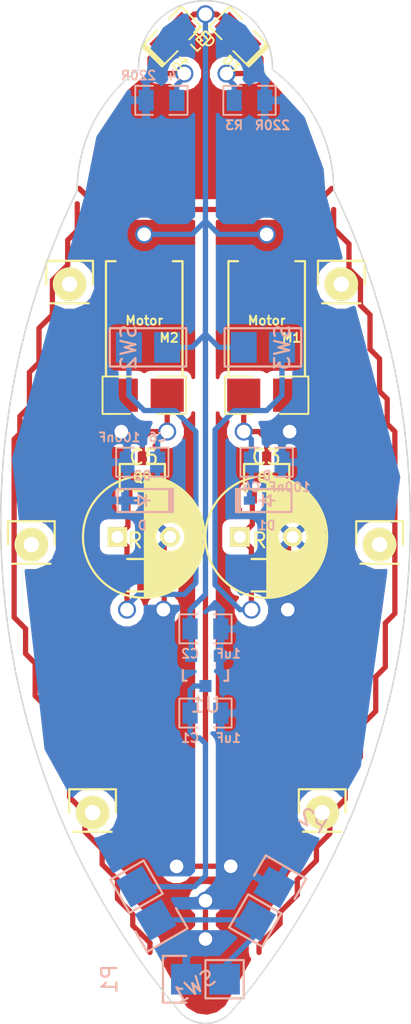
<source format=kicad_pcb>
(kicad_pcb (version 4) (host pcbnew 0.201505162027+5655~23~ubuntu14.04.1-product)

  (general
    (links 41)
    (no_connects 0)
    (area 114.515933 36.826999 188.004894 105.213925)
    (thickness 1.6)
    (drawings 7)
    (tracks 239)
    (zones 0)
    (modules 30)
    (nets 11)
  )

  (page A4)
  (layers
    (0 F.Cu signal)
    (31 B.Cu signal hide)
    (32 B.Adhes user)
    (33 F.Adhes user)
    (34 B.Paste user)
    (35 F.Paste user)
    (36 B.SilkS user)
    (37 F.SilkS user)
    (38 B.Mask user)
    (39 F.Mask user)
    (40 Dwgs.User user)
    (41 Cmts.User user)
    (42 Eco1.User user)
    (43 Eco2.User user)
    (44 Edge.Cuts user)
    (45 Margin user)
    (46 B.CrtYd user)
    (47 F.CrtYd user)
    (48 B.Fab user)
    (49 F.Fab user)
  )

  (setup
    (last_trace_width 0.35)
    (trace_clearance 0.2)
    (zone_clearance 0.508)
    (zone_45_only no)
    (trace_min 0.2)
    (segment_width 0.1)
    (edge_width 0.1)
    (via_size 1.2)
    (via_drill 0.9)
    (via_min_size 0.4)
    (via_min_drill 0.3)
    (uvia_size 0.3)
    (uvia_drill 0.1)
    (uvias_allowed no)
    (uvia_min_size 0.2)
    (uvia_min_drill 0.1)
    (pcb_text_width 0.3)
    (pcb_text_size 1.5 1.5)
    (mod_edge_width 0.15)
    (mod_text_size 1 1)
    (mod_text_width 0.15)
    (pad_size 2.2352 2.2352)
    (pad_drill 1.016)
    (pad_to_mask_clearance 0)
    (aux_axis_origin 0 0)
    (visible_elements FFFFFFFF)
    (pcbplotparams
      (layerselection 0x01000_80000001)
      (usegerberextensions false)
      (excludeedgelayer true)
      (linewidth 0.100000)
      (plotframeref false)
      (viasonmask false)
      (mode 1)
      (useauxorigin false)
      (hpglpennumber 1)
      (hpglpenspeed 20)
      (hpglpendiameter 15)
      (hpglpenoverlay 2)
      (psnegative false)
      (psa4output false)
      (plotreference true)
      (plotvalue true)
      (plotinvisibletext false)
      (padsonsilk false)
      (subtractmaskfromsilk false)
      (outputformat 1)
      (mirror false)
      (drillshape 0)
      (scaleselection 1)
      (outputdirectory gerbers/))
  )

  (net 0 "")
  (net 1 "Net-(C1-Pad1)")
  (net 2 "Net-(C3-Pad1)")
  (net 3 "Net-(C4-Pad1)")
  (net 4 "Net-(C5-Pad1)")
  (net 5 "Net-(C6-Pad1)")
  (net 6 "Net-(D3-Pad1)")
  (net 7 "Net-(D4-Pad1)")
  (net 8 +3V3)
  (net 9 +BATT)
  (net 10 GND)

  (net_class Default "This is the default net class."
    (clearance 0.2)
    (trace_width 0.35)
    (via_dia 1.2)
    (via_drill 0.9)
    (uvia_dia 0.3)
    (uvia_drill 0.1)
    (add_net +3V3)
    (add_net +BATT)
    (add_net GND)
    (add_net "Net-(C1-Pad1)")
    (add_net "Net-(C3-Pad1)")
    (add_net "Net-(C4-Pad1)")
    (add_net "Net-(C5-Pad1)")
    (add_net "Net-(C6-Pad1)")
    (add_net "Net-(D3-Pad1)")
    (add_net "Net-(D4-Pad1)")
  )

  (module "BITxo module library:Pin_Header_Straight_1x01" (layer F.Cu) (tedit 55DB9B02) (tstamp 55DB9DB4)
    (at 142.24 56.134)
    (descr "Through hole pin header")
    (tags "pin header")
    (fp_text reference "" (at 0 -5.1) (layer F.SilkS)
      (effects (font (size 1 1) (thickness 0.15)))
    )
    (fp_text value "" (at 0 -3.1) (layer F.Fab)
      (effects (font (size 1 1) (thickness 0.15)))
    )
    (fp_line (start 1.55 -1.55) (end 1.55 0) (layer F.SilkS) (width 0.15))
    (fp_line (start -1.75 -1.75) (end -1.75 1.75) (layer F.CrtYd) (width 0.05))
    (fp_line (start 1.75 -1.75) (end 1.75 1.75) (layer F.CrtYd) (width 0.05))
    (fp_line (start -1.75 -1.75) (end 1.75 -1.75) (layer F.CrtYd) (width 0.05))
    (fp_line (start -1.75 1.75) (end 1.75 1.75) (layer F.CrtYd) (width 0.05))
    (fp_line (start -1.55 0) (end -1.55 -1.55) (layer F.SilkS) (width 0.15))
    (fp_line (start -1.55 -1.55) (end 1.55 -1.55) (layer F.SilkS) (width 0.15))
    (fp_line (start -1.27 1.27) (end 1.27 1.27) (layer F.SilkS) (width 0.15))
    (pad 1 thru_hole circle (at 0 0) (size 2.2352 2.2352) (drill 1.016) (layers *.Cu *.Mask F.SilkS))
    (model Pin_Headers.3dshapes/Pin_Header_Straight_1x01.wrl
      (at (xyz 0 0 0))
      (scale (xyz 1 1 1))
      (rotate (xyz 0 0 90))
    )
  )

  (module "BITxo module library:Pin_Header_Straight_1x01" (layer F.Cu) (tedit 55DB9B02) (tstamp 55DB9DA6)
    (at 143.764 91.186)
    (descr "Through hole pin header")
    (tags "pin header")
    (fp_text reference "" (at 0 -5.1) (layer F.SilkS)
      (effects (font (size 1 1) (thickness 0.15)))
    )
    (fp_text value "" (at 0 -3.1) (layer F.Fab)
      (effects (font (size 1 1) (thickness 0.15)))
    )
    (fp_line (start 1.55 -1.55) (end 1.55 0) (layer F.SilkS) (width 0.15))
    (fp_line (start -1.75 -1.75) (end -1.75 1.75) (layer F.CrtYd) (width 0.05))
    (fp_line (start 1.75 -1.75) (end 1.75 1.75) (layer F.CrtYd) (width 0.05))
    (fp_line (start -1.75 -1.75) (end 1.75 -1.75) (layer F.CrtYd) (width 0.05))
    (fp_line (start -1.75 1.75) (end 1.75 1.75) (layer F.CrtYd) (width 0.05))
    (fp_line (start -1.55 0) (end -1.55 -1.55) (layer F.SilkS) (width 0.15))
    (fp_line (start -1.55 -1.55) (end 1.55 -1.55) (layer F.SilkS) (width 0.15))
    (fp_line (start -1.27 1.27) (end 1.27 1.27) (layer F.SilkS) (width 0.15))
    (pad 1 thru_hole circle (at 0 0) (size 2.2352 2.2352) (drill 1.016) (layers *.Cu *.Mask F.SilkS))
    (model Pin_Headers.3dshapes/Pin_Header_Straight_1x01.wrl
      (at (xyz 0 0 0))
      (scale (xyz 1 1 1))
      (rotate (xyz 0 0 90))
    )
  )

  (module "BITxo module library:Pin_Header_Straight_1x01" (layer F.Cu) (tedit 55DB9B02) (tstamp 55DB9D7E)
    (at 160.274 56.134)
    (descr "Through hole pin header")
    (tags "pin header")
    (fp_text reference "" (at 0 -5.1) (layer F.SilkS)
      (effects (font (size 1 1) (thickness 0.15)))
    )
    (fp_text value "" (at 0 -3.1) (layer F.Fab)
      (effects (font (size 1 1) (thickness 0.15)))
    )
    (fp_line (start 1.55 -1.55) (end 1.55 0) (layer F.SilkS) (width 0.15))
    (fp_line (start -1.75 -1.75) (end -1.75 1.75) (layer F.CrtYd) (width 0.05))
    (fp_line (start 1.75 -1.75) (end 1.75 1.75) (layer F.CrtYd) (width 0.05))
    (fp_line (start -1.75 -1.75) (end 1.75 -1.75) (layer F.CrtYd) (width 0.05))
    (fp_line (start -1.75 1.75) (end 1.75 1.75) (layer F.CrtYd) (width 0.05))
    (fp_line (start -1.55 0) (end -1.55 -1.55) (layer F.SilkS) (width 0.15))
    (fp_line (start -1.55 -1.55) (end 1.55 -1.55) (layer F.SilkS) (width 0.15))
    (fp_line (start -1.27 1.27) (end 1.27 1.27) (layer F.SilkS) (width 0.15))
    (pad 1 thru_hole circle (at 0 0) (size 2.2352 2.2352) (drill 1.016) (layers *.Cu *.Mask F.SilkS))
    (model Pin_Headers.3dshapes/Pin_Header_Straight_1x01.wrl
      (at (xyz 0 0 0))
      (scale (xyz 1 1 1))
      (rotate (xyz 0 0 90))
    )
  )

  (module "BITxo module library:Pin_Header_Straight_1x01" (layer F.Cu) (tedit 55DB9B02) (tstamp 55DB9D64)
    (at 159.004 91.186)
    (descr "Through hole pin header")
    (tags "pin header")
    (fp_text reference "" (at 0 -5.1) (layer F.SilkS)
      (effects (font (size 1 1) (thickness 0.15)))
    )
    (fp_text value "" (at 0 -3.1) (layer F.Fab)
      (effects (font (size 1 1) (thickness 0.15)))
    )
    (fp_line (start 1.55 -1.55) (end 1.55 0) (layer F.SilkS) (width 0.15))
    (fp_line (start -1.75 -1.75) (end -1.75 1.75) (layer F.CrtYd) (width 0.05))
    (fp_line (start 1.75 -1.75) (end 1.75 1.75) (layer F.CrtYd) (width 0.05))
    (fp_line (start -1.75 -1.75) (end 1.75 -1.75) (layer F.CrtYd) (width 0.05))
    (fp_line (start -1.75 1.75) (end 1.75 1.75) (layer F.CrtYd) (width 0.05))
    (fp_line (start -1.55 0) (end -1.55 -1.55) (layer F.SilkS) (width 0.15))
    (fp_line (start -1.55 -1.55) (end 1.55 -1.55) (layer F.SilkS) (width 0.15))
    (fp_line (start -1.27 1.27) (end 1.27 1.27) (layer F.SilkS) (width 0.15))
    (pad 1 thru_hole circle (at 0 0) (size 2.2352 2.2352) (drill 1.016) (layers *.Cu *.Mask F.SilkS))
    (model Pin_Headers.3dshapes/Pin_Header_Straight_1x01.wrl
      (at (xyz 0 0 0))
      (scale (xyz 1 1 1))
      (rotate (xyz 0 0 90))
    )
  )

  (module "BITxo module library:Pin_Header_Straight_1x01" (layer F.Cu) (tedit 55DB9B02) (tstamp 55DB9D57)
    (at 139.7 73.406)
    (descr "Through hole pin header")
    (tags "pin header")
    (fp_text reference "" (at 0 -5.1) (layer F.SilkS)
      (effects (font (size 1 1) (thickness 0.15)))
    )
    (fp_text value "" (at 0 -3.1) (layer F.Fab)
      (effects (font (size 1 1) (thickness 0.15)))
    )
    (fp_line (start 1.55 -1.55) (end 1.55 0) (layer F.SilkS) (width 0.15))
    (fp_line (start -1.75 -1.75) (end -1.75 1.75) (layer F.CrtYd) (width 0.05))
    (fp_line (start 1.75 -1.75) (end 1.75 1.75) (layer F.CrtYd) (width 0.05))
    (fp_line (start -1.75 -1.75) (end 1.75 -1.75) (layer F.CrtYd) (width 0.05))
    (fp_line (start -1.75 1.75) (end 1.75 1.75) (layer F.CrtYd) (width 0.05))
    (fp_line (start -1.55 0) (end -1.55 -1.55) (layer F.SilkS) (width 0.15))
    (fp_line (start -1.55 -1.55) (end 1.55 -1.55) (layer F.SilkS) (width 0.15))
    (fp_line (start -1.27 1.27) (end 1.27 1.27) (layer F.SilkS) (width 0.15))
    (pad 1 thru_hole circle (at 0 0) (size 2.2352 2.2352) (drill 1.016) (layers *.Cu *.Mask F.SilkS))
    (model Pin_Headers.3dshapes/Pin_Header_Straight_1x01.wrl
      (at (xyz 0 0 0))
      (scale (xyz 1 1 1))
      (rotate (xyz 0 0 90))
    )
  )

  (module "BITxo module library:SMD0805_LED" (layer F.Cu) (tedit 55521B77) (tstamp 55D8DE8C)
    (at 149.098 39.624 45)
    (path /55D991C9)
    (attr smd)
    (fp_text reference D4 (at -0.987828 1.706249 45) (layer F.SilkS)
      (effects (font (size 0.6 0.6) (thickness 0.127)))
    )
    (fp_text value LED (at 1.077631 1.616446 225) (layer F.SilkS)
      (effects (font (size 0.6 0.6) (thickness 0.127)))
    )
    (fp_line (start -1.9685 -0.9525) (end -1.9685 0.9525) (layer F.SilkS) (width 0.15))
    (fp_line (start -1.8415 -0.9525) (end -1.8415 0.9525) (layer F.SilkS) (width 0.15))
    (fp_line (start -0.52 0.962) (end -1.924 0.962) (layer F.SilkS) (width 0.127))
    (fp_line (start -1.7375 0.95) (end -1.7375 -0.962) (layer F.SilkS) (width 0.127))
    (fp_line (start -1.924 -0.962) (end -0.52 -0.962) (layer F.SilkS) (width 0.127))
    (fp_line (start 0.5715 -0.962) (end 1.7335 -0.962) (layer F.SilkS) (width 0.127))
    (fp_line (start 1.7375 -0.962) (end 1.7375 0.95) (layer F.SilkS) (width 0.127))
    (fp_line (start 1.7335 0.962) (end 0.5715 0.962) (layer F.SilkS) (width 0.127))
    (pad 1 smd rect (at -1.016 0 45) (size 1 1.397) (layers F.Cu F.Paste F.Mask)
      (net 7 "Net-(D4-Pad1)"))
    (pad 2 smd rect (at 1.016 0 45) (size 1 1.397) (layers F.Cu F.Paste F.Mask)
      (net 8 +3V3))
    (model smd/chip_cms.wrl
      (at (xyz 0 0 0))
      (scale (xyz 0.1 0.1 0.1))
      (rotate (xyz 0 0 0))
    )
  )

  (module "BITxo module library:SMD0805" (layer B.Cu) (tedit 555880A8) (tstamp 55D8DE06)
    (at 151.257 84.582)
    (path /55D8E9CF)
    (attr smd)
    (fp_text reference C1 (at -1.016 1.651) (layer B.SilkS)
      (effects (font (size 0.6 0.6) (thickness 0.127)) (justify mirror))
    )
    (fp_text value 1uF (at 1.524 1.651 180) (layer B.SilkS)
      (effects (font (size 0.6 0.6) (thickness 0.127)) (justify mirror))
    )
    (fp_line (start -0.52 -0.962) (end -1.724 -0.962) (layer B.SilkS) (width 0.127))
    (fp_line (start -1.7375 -0.95) (end -1.7375 0.962) (layer B.SilkS) (width 0.127))
    (fp_line (start -1.724 0.962) (end -0.52 0.962) (layer B.SilkS) (width 0.127))
    (fp_line (start 0.5715 0.962) (end 1.7335 0.962) (layer B.SilkS) (width 0.127))
    (fp_line (start 1.7375 0.962) (end 1.7375 -0.95) (layer B.SilkS) (width 0.127))
    (fp_line (start 1.7335 -0.962) (end 0.5715 -0.962) (layer B.SilkS) (width 0.127))
    (pad 1 smd rect (at -1.016 0) (size 1 1.397) (layers B.Cu B.Paste B.Mask)
      (net 1 "Net-(C1-Pad1)"))
    (pad 2 smd rect (at 1.016 0) (size 1 1.397) (layers B.Cu B.Paste B.Mask)
      (net 10 GND))
    (model smd/chip_cms.wrl
      (at (xyz 0 0 0))
      (scale (xyz 0.1 0.1 0.1))
      (rotate (xyz 0 0 0))
    )
  )

  (module "BITxo module library:SMD0805" (layer B.Cu) (tedit 555880A8) (tstamp 55D8DE12)
    (at 151.257 78.994)
    (path /55D8EAA8)
    (attr smd)
    (fp_text reference C2 (at -1.016 1.651) (layer B.SilkS)
      (effects (font (size 0.6 0.6) (thickness 0.127)) (justify mirror))
    )
    (fp_text value 1uF (at 1.524 1.651 180) (layer B.SilkS)
      (effects (font (size 0.6 0.6) (thickness 0.127)) (justify mirror))
    )
    (fp_line (start -0.52 -0.962) (end -1.724 -0.962) (layer B.SilkS) (width 0.127))
    (fp_line (start -1.7375 -0.95) (end -1.7375 0.962) (layer B.SilkS) (width 0.127))
    (fp_line (start -1.724 0.962) (end -0.52 0.962) (layer B.SilkS) (width 0.127))
    (fp_line (start 0.5715 0.962) (end 1.7335 0.962) (layer B.SilkS) (width 0.127))
    (fp_line (start 1.7375 0.962) (end 1.7375 -0.95) (layer B.SilkS) (width 0.127))
    (fp_line (start 1.7335 -0.962) (end 0.5715 -0.962) (layer B.SilkS) (width 0.127))
    (pad 1 smd rect (at -1.016 0) (size 1 1.397) (layers B.Cu B.Paste B.Mask)
      (net 8 +3V3))
    (pad 2 smd rect (at 1.016 0) (size 1 1.397) (layers B.Cu B.Paste B.Mask)
      (net 10 GND))
    (model smd/chip_cms.wrl
      (at (xyz 0 0 0))
      (scale (xyz 0.1 0.1 0.1))
      (rotate (xyz 0 0 0))
    )
  )

  (module "BITxo module library:SMD0805" (layer B.Cu) (tedit 555880A8) (tstamp 55D8DE2A)
    (at 155.321 67.945)
    (path /55D89100)
    (attr smd)
    (fp_text reference C4 (at -1.016 1.651) (layer B.SilkS)
      (effects (font (size 0.6 0.6) (thickness 0.127)) (justify mirror))
    )
    (fp_text value 100nF (at 1.524 1.651 180) (layer B.SilkS)
      (effects (font (size 0.6 0.6) (thickness 0.127)) (justify mirror))
    )
    (fp_line (start -0.52 -0.962) (end -1.724 -0.962) (layer B.SilkS) (width 0.127))
    (fp_line (start -1.7375 -0.95) (end -1.7375 0.962) (layer B.SilkS) (width 0.127))
    (fp_line (start -1.724 0.962) (end -0.52 0.962) (layer B.SilkS) (width 0.127))
    (fp_line (start 0.5715 0.962) (end 1.7335 0.962) (layer B.SilkS) (width 0.127))
    (fp_line (start 1.7375 0.962) (end 1.7375 -0.95) (layer B.SilkS) (width 0.127))
    (fp_line (start 1.7335 -0.962) (end 0.5715 -0.962) (layer B.SilkS) (width 0.127))
    (pad 1 smd rect (at -1.016 0) (size 1 1.397) (layers B.Cu B.Paste B.Mask)
      (net 3 "Net-(C4-Pad1)"))
    (pad 2 smd rect (at 1.016 0) (size 1 1.397) (layers B.Cu B.Paste B.Mask)
      (net 10 GND))
    (model smd/chip_cms.wrl
      (at (xyz 0 0 0))
      (scale (xyz 0.1 0.1 0.1))
      (rotate (xyz 0 0 0))
    )
  )

  (module "BITxo module library:SMD0805" (layer B.Cu) (tedit 555880A8) (tstamp 55D8DE42)
    (at 147.066 67.945 180)
    (path /55D8BAE2)
    (attr smd)
    (fp_text reference C6 (at -1.016 1.651 180) (layer B.SilkS)
      (effects (font (size 0.6 0.6) (thickness 0.127)) (justify mirror))
    )
    (fp_text value 100nF (at 1.524 1.651 360) (layer B.SilkS)
      (effects (font (size 0.6 0.6) (thickness 0.127)) (justify mirror))
    )
    (fp_line (start -0.52 -0.962) (end -1.724 -0.962) (layer B.SilkS) (width 0.127))
    (fp_line (start -1.7375 -0.95) (end -1.7375 0.962) (layer B.SilkS) (width 0.127))
    (fp_line (start -1.724 0.962) (end -0.52 0.962) (layer B.SilkS) (width 0.127))
    (fp_line (start 0.5715 0.962) (end 1.7335 0.962) (layer B.SilkS) (width 0.127))
    (fp_line (start 1.7375 0.962) (end 1.7375 -0.95) (layer B.SilkS) (width 0.127))
    (fp_line (start 1.7335 -0.962) (end 0.5715 -0.962) (layer B.SilkS) (width 0.127))
    (pad 1 smd rect (at -1.016 0 180) (size 1 1.397) (layers B.Cu B.Paste B.Mask)
      (net 5 "Net-(C6-Pad1)"))
    (pad 2 smd rect (at 1.016 0 180) (size 1 1.397) (layers B.Cu B.Paste B.Mask)
      (net 10 GND))
    (model smd/chip_cms.wrl
      (at (xyz 0 0 0))
      (scale (xyz 0.1 0.1 0.1))
      (rotate (xyz 0 0 0))
    )
  )

  (module "BITxo module library:SOD-323" (layer B.Cu) (tedit 5551F9BF) (tstamp 55D8DE59)
    (at 155.321 70.485)
    (descr SOD-323)
    (tags SOD-323)
    (path /55D89018)
    (attr smd)
    (fp_text reference D1 (at 0 1.651) (layer B.SilkS)
      (effects (font (size 0.6 0.6) (thickness 0.127)) (justify mirror))
    )
    (fp_text value D (at 0 -1.651) (layer B.SilkS)
      (effects (font (size 0.6 0.6) (thickness 0.127)) (justify mirror))
    )
    (fp_line (start -2.032 0.762) (end -1.778 0.762) (layer B.SilkS) (width 0.15))
    (fp_line (start -2.032 0.762) (end -2.032 -0.762) (layer B.SilkS) (width 0.15))
    (fp_line (start -1.905 -0.762) (end -1.905 0.762) (layer B.SilkS) (width 0.15))
    (fp_line (start -1.778 0.762) (end -1.778 -0.762) (layer B.SilkS) (width 0.15))
    (fp_line (start 1.651 0.762) (end 1.651 -0.762) (layer B.SilkS) (width 0.15))
    (fp_line (start -1.905 0.762) (end 1.651 0.762) (layer B.SilkS) (width 0.15))
    (fp_line (start 1.651 -0.762) (end -2.032 -0.762) (layer B.SilkS) (width 0.15))
    (fp_line (start 0.25 0) (end 0.5 0) (layer B.SilkS) (width 0.15))
    (fp_line (start -0.25 0) (end -0.5 0) (layer B.SilkS) (width 0.15))
    (fp_line (start -0.25 0) (end 0.25 0.35) (layer B.SilkS) (width 0.15))
    (fp_line (start 0.25 0.35) (end 0.25 -0.35) (layer B.SilkS) (width 0.15))
    (fp_line (start 0.25 -0.35) (end -0.25 0) (layer B.SilkS) (width 0.15))
    (fp_line (start -0.25 0.35) (end -0.25 -0.35) (layer B.SilkS) (width 0.15))
    (fp_line (start -1.6905 0.95) (end 1.63 0.95) (layer B.CrtYd) (width 0.05))
    (fp_line (start 1.627 0.95) (end 1.627 -0.95) (layer B.CrtYd) (width 0.05))
    (fp_line (start -1.6905 -0.95) (end 1.63 -0.95) (layer B.CrtYd) (width 0.05))
    (fp_line (start -1.6905 0.95) (end -1.6905 -0.95) (layer B.CrtYd) (width 0.05))
    (pad 1 smd rect (at -1.143 0) (size 0.75 0.55) (layers B.Cu B.Paste B.Mask)
      (net 3 "Net-(C4-Pad1)"))
    (pad 2 smd rect (at 1.143 0) (size 0.75 0.55) (layers B.Cu B.Paste B.Mask)
      (net 10 GND))
  )

  (module "BITxo module library:SOD-323" (layer B.Cu) (tedit 5551F9BF) (tstamp 55D8DE70)
    (at 147.066 70.485 180)
    (descr SOD-323)
    (tags SOD-323)
    (path /55D8BAD6)
    (attr smd)
    (fp_text reference D2 (at 0 1.651 180) (layer B.SilkS)
      (effects (font (size 0.6 0.6) (thickness 0.127)) (justify mirror))
    )
    (fp_text value D (at 0 -1.651 180) (layer B.SilkS)
      (effects (font (size 0.6 0.6) (thickness 0.127)) (justify mirror))
    )
    (fp_line (start -2.032 0.762) (end -1.778 0.762) (layer B.SilkS) (width 0.15))
    (fp_line (start -2.032 0.762) (end -2.032 -0.762) (layer B.SilkS) (width 0.15))
    (fp_line (start -1.905 -0.762) (end -1.905 0.762) (layer B.SilkS) (width 0.15))
    (fp_line (start -1.778 0.762) (end -1.778 -0.762) (layer B.SilkS) (width 0.15))
    (fp_line (start 1.651 0.762) (end 1.651 -0.762) (layer B.SilkS) (width 0.15))
    (fp_line (start -1.905 0.762) (end 1.651 0.762) (layer B.SilkS) (width 0.15))
    (fp_line (start 1.651 -0.762) (end -2.032 -0.762) (layer B.SilkS) (width 0.15))
    (fp_line (start 0.25 0) (end 0.5 0) (layer B.SilkS) (width 0.15))
    (fp_line (start -0.25 0) (end -0.5 0) (layer B.SilkS) (width 0.15))
    (fp_line (start -0.25 0) (end 0.25 0.35) (layer B.SilkS) (width 0.15))
    (fp_line (start 0.25 0.35) (end 0.25 -0.35) (layer B.SilkS) (width 0.15))
    (fp_line (start 0.25 -0.35) (end -0.25 0) (layer B.SilkS) (width 0.15))
    (fp_line (start -0.25 0.35) (end -0.25 -0.35) (layer B.SilkS) (width 0.15))
    (fp_line (start -1.6905 0.95) (end 1.63 0.95) (layer B.CrtYd) (width 0.05))
    (fp_line (start 1.627 0.95) (end 1.627 -0.95) (layer B.CrtYd) (width 0.05))
    (fp_line (start -1.6905 -0.95) (end 1.63 -0.95) (layer B.CrtYd) (width 0.05))
    (fp_line (start -1.6905 0.95) (end -1.6905 -0.95) (layer B.CrtYd) (width 0.05))
    (pad 1 smd rect (at -1.143 0 180) (size 0.75 0.55) (layers B.Cu B.Paste B.Mask)
      (net 5 "Net-(C6-Pad1)"))
    (pad 2 smd rect (at 1.143 0 180) (size 0.75 0.55) (layers B.Cu B.Paste B.Mask)
      (net 10 GND))
  )

  (module "BITxo module library:SMD0805_LED" (layer F.Cu) (tedit 55521B77) (tstamp 55D8DE7E)
    (at 153.416 39.624 135)
    (path /55D98863)
    (attr smd)
    (fp_text reference D3 (at -1.016 -1.651 135) (layer F.SilkS)
      (effects (font (size 0.6 0.6) (thickness 0.127)))
    )
    (fp_text value LED (at 1.524 -1.651 315) (layer F.SilkS)
      (effects (font (size 0.6 0.6) (thickness 0.127)))
    )
    (fp_line (start -1.9685 -0.9525) (end -1.9685 0.9525) (layer F.SilkS) (width 0.15))
    (fp_line (start -1.8415 -0.9525) (end -1.8415 0.9525) (layer F.SilkS) (width 0.15))
    (fp_line (start -0.52 0.962) (end -1.924 0.962) (layer F.SilkS) (width 0.127))
    (fp_line (start -1.7375 0.95) (end -1.7375 -0.962) (layer F.SilkS) (width 0.127))
    (fp_line (start -1.924 -0.962) (end -0.52 -0.962) (layer F.SilkS) (width 0.127))
    (fp_line (start 0.5715 -0.962) (end 1.7335 -0.962) (layer F.SilkS) (width 0.127))
    (fp_line (start 1.7375 -0.962) (end 1.7375 0.95) (layer F.SilkS) (width 0.127))
    (fp_line (start 1.7335 0.962) (end 0.5715 0.962) (layer F.SilkS) (width 0.127))
    (pad 1 smd rect (at -1.016 0 135) (size 1 1.397) (layers F.Cu F.Paste F.Mask)
      (net 6 "Net-(D3-Pad1)"))
    (pad 2 smd rect (at 1.016 0 135) (size 1 1.397) (layers F.Cu F.Paste F.Mask)
      (net 8 +3V3))
    (model smd/chip_cms.wrl
      (at (xyz 0 0 0))
      (scale (xyz 0.1 0.1 0.1))
      (rotate (xyz 0 0 0))
    )
  )

  (module "BITxo module library:Vibration_motor" (layer F.Cu) (tedit 555B8614) (tstamp 55D8DE9C)
    (at 155.321 63.5)
    (path /55D88F94)
    (attr smd)
    (fp_text reference M1 (at 1.651 -3.81 180) (layer F.SilkS)
      (effects (font (size 0.6 0.6) (thickness 0.127)))
    )
    (fp_text value Motor (at 0 -4.953 180) (layer F.SilkS)
      (effects (font (size 0.6 0.6) (thickness 0.127)))
    )
    (fp_line (start -2.54 -8.89) (end -2.54 -1.27) (layer F.SilkS) (width 0.15))
    (fp_line (start 2.54 -8.89) (end 2.54 -1.27) (layer F.SilkS) (width 0.15))
    (fp_line (start -1.905 -8.89) (end -2.54 -8.89) (layer F.SilkS) (width 0.15))
    (fp_line (start 1.905 -8.89) (end 2.54 -8.89) (layer F.SilkS) (width 0.15))
    (fp_line (start -2.767 -1.243) (end -2.767 1.243) (layer F.SilkS) (width 0.127))
    (fp_line (start -2.74 1.243) (end -0.939 1.243) (layer F.SilkS) (width 0.127))
    (fp_line (start 0.889 -1.243) (end 2.74 -1.243) (layer F.SilkS) (width 0.127))
    (fp_line (start 2.767 -1.243) (end 2.767 1.243) (layer F.SilkS) (width 0.127))
    (fp_line (start 2.74 1.243) (end 0.889 1.243) (layer F.SilkS) (width 0.127))
    (fp_line (start -0.889 -1.243) (end -2.74 -1.243) (layer F.SilkS) (width 0.127))
    (pad 1 smd rect (at -1.524 0) (size 2.2 2.2) (layers F.Cu F.Paste F.Mask)
      (net 3 "Net-(C4-Pad1)"))
    (pad 2 smd rect (at 1.524 0) (size 2.2 2.2) (layers F.Cu F.Paste F.Mask)
      (net 10 GND))
    (model smd/chip_cms.wrl
      (at (xyz 0 0 0))
      (scale (xyz 0.17 0.16 0.16))
      (rotate (xyz 0 0 0))
    )
  )

  (module "BITxo module library:Vibration_motor" (layer F.Cu) (tedit 555B8614) (tstamp 55D8DEAC)
    (at 147.193 63.5)
    (path /55D8BAD0)
    (attr smd)
    (fp_text reference M2 (at 1.651 -3.81 180) (layer F.SilkS)
      (effects (font (size 0.6 0.6) (thickness 0.127)))
    )
    (fp_text value Motor (at 0 -4.953 180) (layer F.SilkS)
      (effects (font (size 0.6 0.6) (thickness 0.127)))
    )
    (fp_line (start -2.54 -8.89) (end -2.54 -1.27) (layer F.SilkS) (width 0.15))
    (fp_line (start 2.54 -8.89) (end 2.54 -1.27) (layer F.SilkS) (width 0.15))
    (fp_line (start -1.905 -8.89) (end -2.54 -8.89) (layer F.SilkS) (width 0.15))
    (fp_line (start 1.905 -8.89) (end 2.54 -8.89) (layer F.SilkS) (width 0.15))
    (fp_line (start -2.767 -1.243) (end -2.767 1.243) (layer F.SilkS) (width 0.127))
    (fp_line (start -2.74 1.243) (end -0.939 1.243) (layer F.SilkS) (width 0.127))
    (fp_line (start 0.889 -1.243) (end 2.74 -1.243) (layer F.SilkS) (width 0.127))
    (fp_line (start 2.767 -1.243) (end 2.767 1.243) (layer F.SilkS) (width 0.127))
    (fp_line (start 2.74 1.243) (end 0.889 1.243) (layer F.SilkS) (width 0.127))
    (fp_line (start -0.889 -1.243) (end -2.74 -1.243) (layer F.SilkS) (width 0.127))
    (pad 1 smd rect (at -1.524 0) (size 2.2 2.2) (layers F.Cu F.Paste F.Mask)
      (net 10 GND))
    (pad 2 smd rect (at 1.524 0) (size 2.2 2.2) (layers F.Cu F.Paste F.Mask)
      (net 5 "Net-(C6-Pad1)"))
    (model smd/chip_cms.wrl
      (at (xyz 0 0 0))
      (scale (xyz 0.17 0.16 0.16))
      (rotate (xyz 0 0 0))
    )
  )

  (module "BITxo module library:SOT23-5_MOD_PINOUT" (layer F.Cu) (tedit 55489E44) (tstamp 55D8DEEF)
    (at 155.321 68.961)
    (tags SOT23-5_Opendous)
    (path /55D88D10)
    (attr smd)
    (fp_text reference Q1 (at 0 0) (layer F.SilkS)
      (effects (font (size 0.6096 0.6096) (thickness 0.1524)))
    )
    (fp_text value P-MOSFET (at -1.524 0 90) (layer F.SilkS) hide
      (effects (font (size 0.127 0.127) (thickness 0.00254)))
    )
    (fp_line (start -0.59944 0.89916) (end 0.59944 0.89916) (layer F.SilkS) (width 0.1524))
    (fp_line (start -1.30048 -0.89916) (end -0.29972 -0.89916) (layer F.SilkS) (width 0.1524))
    (fp_line (start 1.30048 -0.89916) (end 0.29972 -0.89916) (layer F.SilkS) (width 0.1524))
    (fp_line (start -1.50114 -0.89916) (end -1.30048 -0.89916) (layer F.SilkS) (width 0.1524))
    (fp_line (start -1.50114 -0.89916) (end -1.50114 0.89916) (layer F.SilkS) (width 0.1524))
    (fp_line (start -1.50114 0.89916) (end -1.30048 0.89916) (layer F.SilkS) (width 0.1524))
    (fp_line (start 1.50114 0.89916) (end 1.30048 0.89916) (layer F.SilkS) (width 0.1524))
    (fp_line (start 1.50114 -0.89916) (end 1.30048 -0.89916) (layer F.SilkS) (width 0.1524))
    (fp_line (start 1.50114 0.89916) (end 1.50114 -0.89916) (layer F.SilkS) (width 0.1524))
    (pad 3 smd rect (at 0.9525 1.27) (size 0.6096 0.889) (layers F.Cu F.Paste F.Mask)
      (net 8 +3V3))
    (pad 2 smd rect (at -0.9525 1.27) (size 0.6096 0.889) (layers F.Cu F.Paste F.Mask)
      (net 2 "Net-(C3-Pad1)"))
    (pad 1 smd rect (at 0 -1.27) (size 0.6096 0.889) (layers F.Cu F.Paste F.Mask)
      (net 3 "Net-(C4-Pad1)"))
    (model techno/SOT23_6.wrl
      (at (xyz 0 0 0.001))
      (scale (xyz 0.3937 0.3937 0.3937))
      (rotate (xyz -90 0 0))
    )
  )

  (module "BITxo module library:SOT23-5_MOD_PINOUT" (layer F.Cu) (tedit 55489E44) (tstamp 55D8DEFF)
    (at 147.066 68.961)
    (tags SOT23-5_Opendous)
    (path /55D8BACA)
    (attr smd)
    (fp_text reference Q2 (at 0 0) (layer F.SilkS)
      (effects (font (size 0.6096 0.6096) (thickness 0.1524)))
    )
    (fp_text value P-MOSFET (at -1.524 0 90) (layer F.SilkS) hide
      (effects (font (size 0.127 0.127) (thickness 0.00254)))
    )
    (fp_line (start -0.59944 0.89916) (end 0.59944 0.89916) (layer F.SilkS) (width 0.1524))
    (fp_line (start -1.30048 -0.89916) (end -0.29972 -0.89916) (layer F.SilkS) (width 0.1524))
    (fp_line (start 1.30048 -0.89916) (end 0.29972 -0.89916) (layer F.SilkS) (width 0.1524))
    (fp_line (start -1.50114 -0.89916) (end -1.30048 -0.89916) (layer F.SilkS) (width 0.1524))
    (fp_line (start -1.50114 -0.89916) (end -1.50114 0.89916) (layer F.SilkS) (width 0.1524))
    (fp_line (start -1.50114 0.89916) (end -1.30048 0.89916) (layer F.SilkS) (width 0.1524))
    (fp_line (start 1.50114 0.89916) (end 1.30048 0.89916) (layer F.SilkS) (width 0.1524))
    (fp_line (start 1.50114 -0.89916) (end 1.30048 -0.89916) (layer F.SilkS) (width 0.1524))
    (fp_line (start 1.50114 0.89916) (end 1.50114 -0.89916) (layer F.SilkS) (width 0.1524))
    (pad 3 smd rect (at 0.9525 1.27) (size 0.6096 0.889) (layers F.Cu F.Paste F.Mask)
      (net 8 +3V3))
    (pad 2 smd rect (at -0.9525 1.27) (size 0.6096 0.889) (layers F.Cu F.Paste F.Mask)
      (net 4 "Net-(C5-Pad1)"))
    (pad 1 smd rect (at 0 -1.27) (size 0.6096 0.889) (layers F.Cu F.Paste F.Mask)
      (net 5 "Net-(C6-Pad1)"))
    (model techno/SOT23_6.wrl
      (at (xyz 0 0 0.001))
      (scale (xyz 0.3937 0.3937 0.3937))
      (rotate (xyz -90 0 0))
    )
  )

  (module "BITxo module library:SMD0805" (layer B.Cu) (tedit 555880A8) (tstamp 55D8DF23)
    (at 154.178 43.942)
    (path /55D98AA3)
    (attr smd)
    (fp_text reference R3 (at -1.016 1.651) (layer B.SilkS)
      (effects (font (size 0.6 0.6) (thickness 0.127)) (justify mirror))
    )
    (fp_text value 220R (at 1.524 1.651 180) (layer B.SilkS)
      (effects (font (size 0.6 0.6) (thickness 0.127)) (justify mirror))
    )
    (fp_line (start -0.52 -0.962) (end -1.724 -0.962) (layer B.SilkS) (width 0.127))
    (fp_line (start -1.7375 -0.95) (end -1.7375 0.962) (layer B.SilkS) (width 0.127))
    (fp_line (start -1.724 0.962) (end -0.52 0.962) (layer B.SilkS) (width 0.127))
    (fp_line (start 0.5715 0.962) (end 1.7335 0.962) (layer B.SilkS) (width 0.127))
    (fp_line (start 1.7375 0.962) (end 1.7375 -0.95) (layer B.SilkS) (width 0.127))
    (fp_line (start 1.7335 -0.962) (end 0.5715 -0.962) (layer B.SilkS) (width 0.127))
    (pad 1 smd rect (at -1.016 0) (size 1 1.397) (layers B.Cu B.Paste B.Mask)
      (net 6 "Net-(D3-Pad1)"))
    (pad 2 smd rect (at 1.016 0) (size 1 1.397) (layers B.Cu B.Paste B.Mask)
      (net 10 GND))
    (model smd/chip_cms.wrl
      (at (xyz 0 0 0))
      (scale (xyz 0.1 0.1 0.1))
      (rotate (xyz 0 0 0))
    )
  )

  (module "BITxo module library:SMD0805" (layer B.Cu) (tedit 555880A8) (tstamp 55D8DF2F)
    (at 148.336 43.942 180)
    (path /55D991D0)
    (attr smd)
    (fp_text reference R4 (at -1.016 1.651 180) (layer B.SilkS)
      (effects (font (size 0.6 0.6) (thickness 0.127)) (justify mirror))
    )
    (fp_text value 220R (at 1.524 1.651 360) (layer B.SilkS)
      (effects (font (size 0.6 0.6) (thickness 0.127)) (justify mirror))
    )
    (fp_line (start -0.52 -0.962) (end -1.724 -0.962) (layer B.SilkS) (width 0.127))
    (fp_line (start -1.7375 -0.95) (end -1.7375 0.962) (layer B.SilkS) (width 0.127))
    (fp_line (start -1.724 0.962) (end -0.52 0.962) (layer B.SilkS) (width 0.127))
    (fp_line (start 0.5715 0.962) (end 1.7335 0.962) (layer B.SilkS) (width 0.127))
    (fp_line (start 1.7375 0.962) (end 1.7375 -0.95) (layer B.SilkS) (width 0.127))
    (fp_line (start 1.7335 -0.962) (end 0.5715 -0.962) (layer B.SilkS) (width 0.127))
    (pad 1 smd rect (at -1.016 0 180) (size 1 1.397) (layers B.Cu B.Paste B.Mask)
      (net 7 "Net-(D4-Pad1)"))
    (pad 2 smd rect (at 1.016 0 180) (size 1 1.397) (layers B.Cu B.Paste B.Mask)
      (net 10 GND))
    (model smd/chip_cms.wrl
      (at (xyz 0 0 0))
      (scale (xyz 0.1 0.1 0.1))
      (rotate (xyz 0 0 0))
    )
  )

  (module Housings_SOT-23_SOT-143_TSOT-6:SOT-23 (layer B.Cu) (tedit 553634F8) (tstamp 55D8DF78)
    (at 151.257 81.788)
    (descr "SOT-23, Standard")
    (tags SOT-23)
    (path /55D8DC14)
    (attr smd)
    (fp_text reference U1 (at 0 2.25) (layer B.SilkS)
      (effects (font (size 1 1) (thickness 0.15)) (justify mirror))
    )
    (fp_text value APE8865NL-30-HF-3 (at 0 -2.3) (layer B.Fab)
      (effects (font (size 1 1) (thickness 0.15)) (justify mirror))
    )
    (fp_line (start -1.65 1.6) (end 1.65 1.6) (layer B.CrtYd) (width 0.05))
    (fp_line (start 1.65 1.6) (end 1.65 -1.6) (layer B.CrtYd) (width 0.05))
    (fp_line (start 1.65 -1.6) (end -1.65 -1.6) (layer B.CrtYd) (width 0.05))
    (fp_line (start -1.65 -1.6) (end -1.65 1.6) (layer B.CrtYd) (width 0.05))
    (fp_line (start 1.29916 0.65024) (end 1.2509 0.65024) (layer B.SilkS) (width 0.15))
    (fp_line (start -1.49982 -0.0508) (end -1.49982 0.65024) (layer B.SilkS) (width 0.15))
    (fp_line (start -1.49982 0.65024) (end -1.2509 0.65024) (layer B.SilkS) (width 0.15))
    (fp_line (start 1.29916 0.65024) (end 1.49982 0.65024) (layer B.SilkS) (width 0.15))
    (fp_line (start 1.49982 0.65024) (end 1.49982 -0.0508) (layer B.SilkS) (width 0.15))
    (pad 1 smd rect (at -0.95 -1.00076) (size 0.8001 0.8001) (layers B.Cu B.Paste B.Mask)
      (net 8 +3V3))
    (pad 2 smd rect (at 0.95 -1.00076) (size 0.8001 0.8001) (layers B.Cu B.Paste B.Mask)
      (net 10 GND))
    (pad 3 smd rect (at 0 0.99822) (size 0.8001 0.8001) (layers B.Cu B.Paste B.Mask)
      (net 1 "Net-(C1-Pad1)"))
    (model Housings_SOT-23_SOT-143_TSOT-6.3dshapes/SOT-23.wrl
      (at (xyz 0 0 0))
      (scale (xyz 1 1 1))
      (rotate (xyz 0 0 0))
    )
  )

  (module "BITxo module library:Pads_1x02" (layer B.Cu) (tedit 55D9E2E1) (tstamp 55D9E376)
    (at 147.955 98.298 30)
    (descr "Through hole pin header")
    (tags "pin header")
    (path /55D8A4D6)
    (fp_text reference SW1 (at 0 5.1 30) (layer B.SilkS)
      (effects (font (size 1 1) (thickness 0.15)) (justify mirror))
    )
    (fp_text value ON/OFF (at 0 3.1 30) (layer B.Fab)
      (effects (font (size 1 1) (thickness 0.15)) (justify mirror))
    )
    (fp_line (start 1.27 -1.27) (end 1.27 -3.81) (layer B.SilkS) (width 0.15))
    (fp_line (start 1.55 1.55) (end 1.55 0) (layer B.SilkS) (width 0.15))
    (fp_line (start -1.75 1.75) (end -1.75 -4.3) (layer B.CrtYd) (width 0.05))
    (fp_line (start 1.75 1.75) (end 1.75 -4.3) (layer B.CrtYd) (width 0.05))
    (fp_line (start -1.75 1.75) (end 1.75 1.75) (layer B.CrtYd) (width 0.05))
    (fp_line (start -1.75 -4.3) (end 1.75 -4.3) (layer B.CrtYd) (width 0.05))
    (fp_line (start 1.27 -1.27) (end -1.27 -1.27) (layer B.SilkS) (width 0.15))
    (fp_line (start -1.55 0) (end -1.55 1.55) (layer B.SilkS) (width 0.15))
    (fp_line (start -1.55 1.55) (end 1.55 1.55) (layer B.SilkS) (width 0.15))
    (fp_line (start -1.27 -1.27) (end -1.27 -3.81) (layer B.SilkS) (width 0.15))
    (fp_line (start -1.27 -3.81) (end 1.27 -3.81) (layer B.SilkS) (width 0.15))
    (pad 1 smd rect (at 0 0 30) (size 2.032 2.032) (layers B.Cu B.Paste B.Mask)
      (net 9 +BATT))
    (pad 2 smd rect (at 0 -2.54 30) (size 2.032 2.032) (layers B.Cu B.Paste B.Mask)
      (net 1 "Net-(C1-Pad1)"))
    (model Pin_Headers.3dshapes/Pin_Header_Straight_1x02.wrl
      (at (xyz 0 -0.05 0))
      (scale (xyz 1 1 1))
      (rotate (xyz 0 0 90))
    )
  )

  (module "BITxo module library:Pads_Endstop" (layer B.Cu) (tedit 55D9F580) (tstamp 55D9F5E9)
    (at 151.257 60.325 90)
    (descr "Through hole pin header")
    (tags "pin header")
    (path /55D8CE7A)
    (fp_text reference SW3 (at 0 5.1 90) (layer B.SilkS)
      (effects (font (size 1 1) (thickness 0.15)) (justify mirror))
    )
    (fp_text value Endstop (at 0 3.1 90) (layer B.Fab)
      (effects (font (size 1 1) (thickness 0.15)) (justify mirror))
    )
    (fp_line (start -1.75 -0.65) (end -1.75 -6.85) (layer B.CrtYd) (width 0.05))
    (fp_line (start 1.75 -0.65) (end 1.75 -6.85) (layer B.CrtYd) (width 0.05))
    (fp_line (start -1.75 -0.6376) (end 1.75 -0.6376) (layer B.CrtYd) (width 0.05))
    (fp_line (start -1.75 -6.85) (end 1.75 -6.85) (layer B.CrtYd) (width 0.05))
    (fp_line (start -1.27 -1.27) (end -1.27 -6.35) (layer B.SilkS) (width 0.15))
    (fp_line (start -1.27 -6.35) (end 1.27 -6.35) (layer B.SilkS) (width 0.15))
    (fp_line (start 1.27 -6.35) (end 1.27 -1.27) (layer B.SilkS) (width 0.15))
    (fp_line (start 1.27 -1.27) (end -1.27 -1.27) (layer B.SilkS) (width 0.15))
    (pad 2 smd rect (at 0 -2.54 90) (size 2.032 1.7272) (layers B.Cu B.Paste B.Mask)
      (net 8 +3V3))
    (pad 3 smd rect (at 0 -5.08 90) (size 2.032 1.7272) (layers B.Cu B.Paste B.Mask)
      (net 4 "Net-(C5-Pad1)"))
    (model Pin_Headers.3dshapes/Pin_Header_Straight_1x03.wrl
      (at (xyz 0 -0.1 0))
      (scale (xyz 1 1 1))
      (rotate (xyz 0 0 90))
    )
  )

  (module "BITxo module library:Pads_Endstop" (layer B.Cu) (tedit 55D9F580) (tstamp 55D9F621)
    (at 151.257 60.325 270)
    (descr "Through hole pin header")
    (tags "pin header")
    (path /55D8B65B)
    (fp_text reference SW2 (at 0 5.1 270) (layer B.SilkS)
      (effects (font (size 1 1) (thickness 0.15)) (justify mirror))
    )
    (fp_text value Endstop (at 0 3.1 270) (layer B.Fab)
      (effects (font (size 1 1) (thickness 0.15)) (justify mirror))
    )
    (fp_line (start -1.75 -0.65) (end -1.75 -6.85) (layer B.CrtYd) (width 0.05))
    (fp_line (start 1.75 -0.65) (end 1.75 -6.85) (layer B.CrtYd) (width 0.05))
    (fp_line (start -1.75 -0.6376) (end 1.75 -0.6376) (layer B.CrtYd) (width 0.05))
    (fp_line (start -1.75 -6.85) (end 1.75 -6.85) (layer B.CrtYd) (width 0.05))
    (fp_line (start -1.27 -1.27) (end -1.27 -6.35) (layer B.SilkS) (width 0.15))
    (fp_line (start -1.27 -6.35) (end 1.27 -6.35) (layer B.SilkS) (width 0.15))
    (fp_line (start 1.27 -6.35) (end 1.27 -1.27) (layer B.SilkS) (width 0.15))
    (fp_line (start 1.27 -1.27) (end -1.27 -1.27) (layer B.SilkS) (width 0.15))
    (pad 2 smd rect (at 0 -2.54 270) (size 2.032 1.7272) (layers B.Cu B.Paste B.Mask)
      (net 8 +3V3))
    (pad 3 smd rect (at 0 -5.08 270) (size 2.032 1.7272) (layers B.Cu B.Paste B.Mask)
      (net 2 "Net-(C3-Pad1)"))
    (model Pin_Headers.3dshapes/Pin_Header_Straight_1x03.wrl
      (at (xyz 0 -0.1 0))
      (scale (xyz 1 1 1))
      (rotate (xyz 0 0 90))
    )
  )

  (module "BITxo module library:Pads_1x02" (layer B.Cu) (tedit 55D9E2E1) (tstamp 55DA4ADF)
    (at 149.987 102.235 270)
    (descr "Through hole pin header")
    (tags "pin header")
    (path /55D88234)
    (fp_text reference P1 (at 0 5.1 270) (layer B.SilkS)
      (effects (font (size 1 1) (thickness 0.15)) (justify mirror))
    )
    (fp_text value "Battery Charger" (at 0 3.1 270) (layer B.Fab)
      (effects (font (size 1 1) (thickness 0.15)) (justify mirror))
    )
    (fp_line (start 1.27 -1.27) (end 1.27 -3.81) (layer B.SilkS) (width 0.15))
    (fp_line (start 1.55 1.55) (end 1.55 0) (layer B.SilkS) (width 0.15))
    (fp_line (start -1.75 1.75) (end -1.75 -4.3) (layer B.CrtYd) (width 0.05))
    (fp_line (start 1.75 1.75) (end 1.75 -4.3) (layer B.CrtYd) (width 0.05))
    (fp_line (start -1.75 1.75) (end 1.75 1.75) (layer B.CrtYd) (width 0.05))
    (fp_line (start -1.75 -4.3) (end 1.75 -4.3) (layer B.CrtYd) (width 0.05))
    (fp_line (start 1.27 -1.27) (end -1.27 -1.27) (layer B.SilkS) (width 0.15))
    (fp_line (start -1.55 0) (end -1.55 1.55) (layer B.SilkS) (width 0.15))
    (fp_line (start -1.55 1.55) (end 1.55 1.55) (layer B.SilkS) (width 0.15))
    (fp_line (start -1.27 -1.27) (end -1.27 -3.81) (layer B.SilkS) (width 0.15))
    (fp_line (start -1.27 -3.81) (end 1.27 -3.81) (layer B.SilkS) (width 0.15))
    (pad 1 smd rect (at 0 0 270) (size 2.032 2.032) (layers B.Cu B.Paste B.Mask)
      (net 10 GND))
    (pad 2 smd rect (at 0 -2.54 270) (size 2.032 2.032) (layers B.Cu B.Paste B.Mask)
      (net 9 +BATT))
    (model Pin_Headers.3dshapes/Pin_Header_Straight_1x02.wrl
      (at (xyz 0 -0.05 0))
      (scale (xyz 1 1 1))
      (rotate (xyz 0 0 90))
    )
  )

  (module "BITxo module library:Pads_1x02" (layer B.Cu) (tedit 55D9E2E1) (tstamp 55DA4AF0)
    (at 155.829 96.139 150)
    (descr "Through hole pin header")
    (tags "pin header")
    (path /55D94CFF)
    (fp_text reference P2 (at 0 5.1 150) (layer B.SilkS)
      (effects (font (size 1 1) (thickness 0.15)) (justify mirror))
    )
    (fp_text value Battery (at 0 3.1 150) (layer B.Fab)
      (effects (font (size 1 1) (thickness 0.15)) (justify mirror))
    )
    (fp_line (start 1.27 -1.27) (end 1.27 -3.81) (layer B.SilkS) (width 0.15))
    (fp_line (start 1.55 1.55) (end 1.55 0) (layer B.SilkS) (width 0.15))
    (fp_line (start -1.75 1.75) (end -1.75 -4.3) (layer B.CrtYd) (width 0.05))
    (fp_line (start 1.75 1.75) (end 1.75 -4.3) (layer B.CrtYd) (width 0.05))
    (fp_line (start -1.75 1.75) (end 1.75 1.75) (layer B.CrtYd) (width 0.05))
    (fp_line (start -1.75 -4.3) (end 1.75 -4.3) (layer B.CrtYd) (width 0.05))
    (fp_line (start 1.27 -1.27) (end -1.27 -1.27) (layer B.SilkS) (width 0.15))
    (fp_line (start -1.55 0) (end -1.55 1.55) (layer B.SilkS) (width 0.15))
    (fp_line (start -1.55 1.55) (end 1.55 1.55) (layer B.SilkS) (width 0.15))
    (fp_line (start -1.27 -1.27) (end -1.27 -3.81) (layer B.SilkS) (width 0.15))
    (fp_line (start -1.27 -3.81) (end 1.27 -3.81) (layer B.SilkS) (width 0.15))
    (pad 1 smd rect (at 0 0 150) (size 2.032 2.032) (layers B.Cu B.Paste B.Mask)
      (net 10 GND))
    (pad 2 smd rect (at 0 -2.54 150) (size 2.032 2.032) (layers B.Cu B.Paste B.Mask)
      (net 9 +BATT))
    (model Pin_Headers.3dshapes/Pin_Header_Straight_1x02.wrl
      (at (xyz 0 -0.05 0))
      (scale (xyz 1 1 1))
      (rotate (xyz 0 0 90))
    )
  )

  (module Capacitors_ThroughHole:C_Radial_D8_L11.5_P3.5 (layer F.Cu) (tedit 0) (tstamp 55DB8E5C)
    (at 153.543 72.898)
    (descr "Radial Electrolytic Capacitor Diameter 8mm x Length 11.5mm, Pitch 3.5mm")
    (tags "Electrolytic Capacitor")
    (path /55D892D9)
    (fp_text reference C3 (at 1.75 -5.3) (layer F.SilkS)
      (effects (font (size 1 1) (thickness 0.15)))
    )
    (fp_text value 1uF (at 1.75 5.3) (layer F.Fab)
      (effects (font (size 1 1) (thickness 0.15)))
    )
    (fp_line (start 1.825 -3.999) (end 1.825 3.999) (layer F.SilkS) (width 0.15))
    (fp_line (start 1.965 -3.994) (end 1.965 3.994) (layer F.SilkS) (width 0.15))
    (fp_line (start 2.105 -3.984) (end 2.105 3.984) (layer F.SilkS) (width 0.15))
    (fp_line (start 2.245 -3.969) (end 2.245 3.969) (layer F.SilkS) (width 0.15))
    (fp_line (start 2.385 -3.949) (end 2.385 3.949) (layer F.SilkS) (width 0.15))
    (fp_line (start 2.525 -3.924) (end 2.525 -0.222) (layer F.SilkS) (width 0.15))
    (fp_line (start 2.525 0.222) (end 2.525 3.924) (layer F.SilkS) (width 0.15))
    (fp_line (start 2.665 -3.894) (end 2.665 -0.55) (layer F.SilkS) (width 0.15))
    (fp_line (start 2.665 0.55) (end 2.665 3.894) (layer F.SilkS) (width 0.15))
    (fp_line (start 2.805 -3.858) (end 2.805 -0.719) (layer F.SilkS) (width 0.15))
    (fp_line (start 2.805 0.719) (end 2.805 3.858) (layer F.SilkS) (width 0.15))
    (fp_line (start 2.945 -3.817) (end 2.945 -0.832) (layer F.SilkS) (width 0.15))
    (fp_line (start 2.945 0.832) (end 2.945 3.817) (layer F.SilkS) (width 0.15))
    (fp_line (start 3.085 -3.771) (end 3.085 -0.91) (layer F.SilkS) (width 0.15))
    (fp_line (start 3.085 0.91) (end 3.085 3.771) (layer F.SilkS) (width 0.15))
    (fp_line (start 3.225 -3.718) (end 3.225 -0.961) (layer F.SilkS) (width 0.15))
    (fp_line (start 3.225 0.961) (end 3.225 3.718) (layer F.SilkS) (width 0.15))
    (fp_line (start 3.365 -3.659) (end 3.365 -0.991) (layer F.SilkS) (width 0.15))
    (fp_line (start 3.365 0.991) (end 3.365 3.659) (layer F.SilkS) (width 0.15))
    (fp_line (start 3.505 -3.594) (end 3.505 -1) (layer F.SilkS) (width 0.15))
    (fp_line (start 3.505 1) (end 3.505 3.594) (layer F.SilkS) (width 0.15))
    (fp_line (start 3.645 -3.523) (end 3.645 -0.989) (layer F.SilkS) (width 0.15))
    (fp_line (start 3.645 0.989) (end 3.645 3.523) (layer F.SilkS) (width 0.15))
    (fp_line (start 3.785 -3.444) (end 3.785 -0.959) (layer F.SilkS) (width 0.15))
    (fp_line (start 3.785 0.959) (end 3.785 3.444) (layer F.SilkS) (width 0.15))
    (fp_line (start 3.925 -3.357) (end 3.925 -0.905) (layer F.SilkS) (width 0.15))
    (fp_line (start 3.925 0.905) (end 3.925 3.357) (layer F.SilkS) (width 0.15))
    (fp_line (start 4.065 -3.262) (end 4.065 -0.825) (layer F.SilkS) (width 0.15))
    (fp_line (start 4.065 0.825) (end 4.065 3.262) (layer F.SilkS) (width 0.15))
    (fp_line (start 4.205 -3.158) (end 4.205 -0.709) (layer F.SilkS) (width 0.15))
    (fp_line (start 4.205 0.709) (end 4.205 3.158) (layer F.SilkS) (width 0.15))
    (fp_line (start 4.345 -3.044) (end 4.345 -0.535) (layer F.SilkS) (width 0.15))
    (fp_line (start 4.345 0.535) (end 4.345 3.044) (layer F.SilkS) (width 0.15))
    (fp_line (start 4.485 -2.919) (end 4.485 -0.173) (layer F.SilkS) (width 0.15))
    (fp_line (start 4.485 0.173) (end 4.485 2.919) (layer F.SilkS) (width 0.15))
    (fp_line (start 4.625 -2.781) (end 4.625 2.781) (layer F.SilkS) (width 0.15))
    (fp_line (start 4.765 -2.629) (end 4.765 2.629) (layer F.SilkS) (width 0.15))
    (fp_line (start 4.905 -2.459) (end 4.905 2.459) (layer F.SilkS) (width 0.15))
    (fp_line (start 5.045 -2.268) (end 5.045 2.268) (layer F.SilkS) (width 0.15))
    (fp_line (start 5.185 -2.05) (end 5.185 2.05) (layer F.SilkS) (width 0.15))
    (fp_line (start 5.325 -1.794) (end 5.325 1.794) (layer F.SilkS) (width 0.15))
    (fp_line (start 5.465 -1.483) (end 5.465 1.483) (layer F.SilkS) (width 0.15))
    (fp_line (start 5.605 -1.067) (end 5.605 1.067) (layer F.SilkS) (width 0.15))
    (fp_line (start 5.745 -0.2) (end 5.745 0.2) (layer F.SilkS) (width 0.15))
    (fp_circle (center 3.5 0) (end 3.5 -1) (layer F.SilkS) (width 0.15))
    (fp_circle (center 1.75 0) (end 1.75 -4.0375) (layer F.SilkS) (width 0.15))
    (fp_circle (center 1.75 0) (end 1.75 -4.3) (layer F.CrtYd) (width 0.05))
    (pad 2 thru_hole circle (at 3.5 0) (size 1.3 1.3) (drill 0.8) (layers *.Cu *.Mask F.SilkS)
      (net 10 GND))
    (pad 1 thru_hole rect (at 0 0) (size 1.3 1.3) (drill 0.8) (layers *.Cu *.Mask F.SilkS)
      (net 2 "Net-(C3-Pad1)"))
    (model Capacitors_ThroughHole.3dshapes/C_Radial_D8_L11.5_P3.5.wrl
      (at (xyz 0 0 0))
      (scale (xyz 1 1 1))
      (rotate (xyz 0 0 0))
    )
  )

  (module Capacitors_ThroughHole:C_Radial_D8_L11.5_P3.5 (layer F.Cu) (tedit 0) (tstamp 55DB8E91)
    (at 145.415 72.898)
    (descr "Radial Electrolytic Capacitor Diameter 8mm x Length 11.5mm, Pitch 3.5mm")
    (tags "Electrolytic Capacitor")
    (path /55D8BAEC)
    (fp_text reference C5 (at 1.75 -5.3) (layer F.SilkS)
      (effects (font (size 1 1) (thickness 0.15)))
    )
    (fp_text value 1uF (at 1.75 5.3) (layer F.Fab)
      (effects (font (size 1 1) (thickness 0.15)))
    )
    (fp_line (start 1.825 -3.999) (end 1.825 3.999) (layer F.SilkS) (width 0.15))
    (fp_line (start 1.965 -3.994) (end 1.965 3.994) (layer F.SilkS) (width 0.15))
    (fp_line (start 2.105 -3.984) (end 2.105 3.984) (layer F.SilkS) (width 0.15))
    (fp_line (start 2.245 -3.969) (end 2.245 3.969) (layer F.SilkS) (width 0.15))
    (fp_line (start 2.385 -3.949) (end 2.385 3.949) (layer F.SilkS) (width 0.15))
    (fp_line (start 2.525 -3.924) (end 2.525 -0.222) (layer F.SilkS) (width 0.15))
    (fp_line (start 2.525 0.222) (end 2.525 3.924) (layer F.SilkS) (width 0.15))
    (fp_line (start 2.665 -3.894) (end 2.665 -0.55) (layer F.SilkS) (width 0.15))
    (fp_line (start 2.665 0.55) (end 2.665 3.894) (layer F.SilkS) (width 0.15))
    (fp_line (start 2.805 -3.858) (end 2.805 -0.719) (layer F.SilkS) (width 0.15))
    (fp_line (start 2.805 0.719) (end 2.805 3.858) (layer F.SilkS) (width 0.15))
    (fp_line (start 2.945 -3.817) (end 2.945 -0.832) (layer F.SilkS) (width 0.15))
    (fp_line (start 2.945 0.832) (end 2.945 3.817) (layer F.SilkS) (width 0.15))
    (fp_line (start 3.085 -3.771) (end 3.085 -0.91) (layer F.SilkS) (width 0.15))
    (fp_line (start 3.085 0.91) (end 3.085 3.771) (layer F.SilkS) (width 0.15))
    (fp_line (start 3.225 -3.718) (end 3.225 -0.961) (layer F.SilkS) (width 0.15))
    (fp_line (start 3.225 0.961) (end 3.225 3.718) (layer F.SilkS) (width 0.15))
    (fp_line (start 3.365 -3.659) (end 3.365 -0.991) (layer F.SilkS) (width 0.15))
    (fp_line (start 3.365 0.991) (end 3.365 3.659) (layer F.SilkS) (width 0.15))
    (fp_line (start 3.505 -3.594) (end 3.505 -1) (layer F.SilkS) (width 0.15))
    (fp_line (start 3.505 1) (end 3.505 3.594) (layer F.SilkS) (width 0.15))
    (fp_line (start 3.645 -3.523) (end 3.645 -0.989) (layer F.SilkS) (width 0.15))
    (fp_line (start 3.645 0.989) (end 3.645 3.523) (layer F.SilkS) (width 0.15))
    (fp_line (start 3.785 -3.444) (end 3.785 -0.959) (layer F.SilkS) (width 0.15))
    (fp_line (start 3.785 0.959) (end 3.785 3.444) (layer F.SilkS) (width 0.15))
    (fp_line (start 3.925 -3.357) (end 3.925 -0.905) (layer F.SilkS) (width 0.15))
    (fp_line (start 3.925 0.905) (end 3.925 3.357) (layer F.SilkS) (width 0.15))
    (fp_line (start 4.065 -3.262) (end 4.065 -0.825) (layer F.SilkS) (width 0.15))
    (fp_line (start 4.065 0.825) (end 4.065 3.262) (layer F.SilkS) (width 0.15))
    (fp_line (start 4.205 -3.158) (end 4.205 -0.709) (layer F.SilkS) (width 0.15))
    (fp_line (start 4.205 0.709) (end 4.205 3.158) (layer F.SilkS) (width 0.15))
    (fp_line (start 4.345 -3.044) (end 4.345 -0.535) (layer F.SilkS) (width 0.15))
    (fp_line (start 4.345 0.535) (end 4.345 3.044) (layer F.SilkS) (width 0.15))
    (fp_line (start 4.485 -2.919) (end 4.485 -0.173) (layer F.SilkS) (width 0.15))
    (fp_line (start 4.485 0.173) (end 4.485 2.919) (layer F.SilkS) (width 0.15))
    (fp_line (start 4.625 -2.781) (end 4.625 2.781) (layer F.SilkS) (width 0.15))
    (fp_line (start 4.765 -2.629) (end 4.765 2.629) (layer F.SilkS) (width 0.15))
    (fp_line (start 4.905 -2.459) (end 4.905 2.459) (layer F.SilkS) (width 0.15))
    (fp_line (start 5.045 -2.268) (end 5.045 2.268) (layer F.SilkS) (width 0.15))
    (fp_line (start 5.185 -2.05) (end 5.185 2.05) (layer F.SilkS) (width 0.15))
    (fp_line (start 5.325 -1.794) (end 5.325 1.794) (layer F.SilkS) (width 0.15))
    (fp_line (start 5.465 -1.483) (end 5.465 1.483) (layer F.SilkS) (width 0.15))
    (fp_line (start 5.605 -1.067) (end 5.605 1.067) (layer F.SilkS) (width 0.15))
    (fp_line (start 5.745 -0.2) (end 5.745 0.2) (layer F.SilkS) (width 0.15))
    (fp_circle (center 3.5 0) (end 3.5 -1) (layer F.SilkS) (width 0.15))
    (fp_circle (center 1.75 0) (end 1.75 -4.0375) (layer F.SilkS) (width 0.15))
    (fp_circle (center 1.75 0) (end 1.75 -4.3) (layer F.CrtYd) (width 0.05))
    (pad 2 thru_hole circle (at 3.5 0) (size 1.3 1.3) (drill 0.8) (layers *.Cu *.Mask F.SilkS)
      (net 10 GND))
    (pad 1 thru_hole rect (at 0 0) (size 1.3 1.3) (drill 0.8) (layers *.Cu *.Mask F.SilkS)
      (net 4 "Net-(C5-Pad1)"))
    (model Capacitors_ThroughHole.3dshapes/C_Radial_D8_L11.5_P3.5.wrl
      (at (xyz 0 0 0))
      (scale (xyz 1 1 1))
      (rotate (xyz 0 0 0))
    )
  )

  (module Resistors_SMD:R_1206 (layer F.Cu) (tedit 5415CFA7) (tstamp 55DB939E)
    (at 155.321 75.438)
    (descr "Resistor SMD 1206, reflow soldering, Vishay (see dcrcw.pdf)")
    (tags "resistor 1206")
    (path /55D89366)
    (attr smd)
    (fp_text reference R1 (at 0 -2.3) (layer F.SilkS)
      (effects (font (size 1 1) (thickness 0.15)))
    )
    (fp_text value 3M3 (at 0 2.3) (layer F.Fab)
      (effects (font (size 1 1) (thickness 0.15)))
    )
    (fp_line (start -2.2 -1.2) (end 2.2 -1.2) (layer F.CrtYd) (width 0.05))
    (fp_line (start -2.2 1.2) (end 2.2 1.2) (layer F.CrtYd) (width 0.05))
    (fp_line (start -2.2 -1.2) (end -2.2 1.2) (layer F.CrtYd) (width 0.05))
    (fp_line (start 2.2 -1.2) (end 2.2 1.2) (layer F.CrtYd) (width 0.05))
    (fp_line (start 1 1.075) (end -1 1.075) (layer F.SilkS) (width 0.15))
    (fp_line (start -1 -1.075) (end 1 -1.075) (layer F.SilkS) (width 0.15))
    (pad 1 smd rect (at -1.45 0) (size 0.9 1.7) (layers F.Cu F.Paste F.Mask)
      (net 2 "Net-(C3-Pad1)"))
    (pad 2 smd rect (at 1.45 0) (size 0.9 1.7) (layers F.Cu F.Paste F.Mask)
      (net 10 GND))
    (model Resistors_SMD.3dshapes/R_1206.wrl
      (at (xyz 0 0 0))
      (scale (xyz 1 1 1))
      (rotate (xyz 0 0 0))
    )
  )

  (module Resistors_SMD:R_1206 (layer F.Cu) (tedit 5415CFA7) (tstamp 55DB93AA)
    (at 147.066 75.438)
    (descr "Resistor SMD 1206, reflow soldering, Vishay (see dcrcw.pdf)")
    (tags "resistor 1206")
    (path /55D8BAF2)
    (attr smd)
    (fp_text reference R2 (at 0 -2.3) (layer F.SilkS)
      (effects (font (size 1 1) (thickness 0.15)))
    )
    (fp_text value 3M3 (at 0 2.3) (layer F.Fab)
      (effects (font (size 1 1) (thickness 0.15)))
    )
    (fp_line (start -2.2 -1.2) (end 2.2 -1.2) (layer F.CrtYd) (width 0.05))
    (fp_line (start -2.2 1.2) (end 2.2 1.2) (layer F.CrtYd) (width 0.05))
    (fp_line (start -2.2 -1.2) (end -2.2 1.2) (layer F.CrtYd) (width 0.05))
    (fp_line (start 2.2 -1.2) (end 2.2 1.2) (layer F.CrtYd) (width 0.05))
    (fp_line (start 1 1.075) (end -1 1.075) (layer F.SilkS) (width 0.15))
    (fp_line (start -1 -1.075) (end 1 -1.075) (layer F.SilkS) (width 0.15))
    (pad 1 smd rect (at -1.45 0) (size 0.9 1.7) (layers F.Cu F.Paste F.Mask)
      (net 4 "Net-(C5-Pad1)"))
    (pad 2 smd rect (at 1.45 0) (size 0.9 1.7) (layers F.Cu F.Paste F.Mask)
      (net 10 GND))
    (model Resistors_SMD.3dshapes/R_1206.wrl
      (at (xyz 0 0 0))
      (scale (xyz 1 1 1))
      (rotate (xyz 0 0 0))
    )
  )

  (module "BITxo module library:Pin_Header_Straight_1x01" (layer F.Cu) (tedit 55DB9B02) (tstamp 55DB9CDA)
    (at 162.814 73.406)
    (descr "Through hole pin header")
    (tags "pin header")
    (fp_text reference "" (at 0 -5.1) (layer F.SilkS)
      (effects (font (size 1 1) (thickness 0.15)))
    )
    (fp_text value "" (at 0 -3.1) (layer F.Fab)
      (effects (font (size 1 1) (thickness 0.15)))
    )
    (fp_line (start 1.55 -1.55) (end 1.55 0) (layer F.SilkS) (width 0.15))
    (fp_line (start -1.75 -1.75) (end -1.75 1.75) (layer F.CrtYd) (width 0.05))
    (fp_line (start 1.75 -1.75) (end 1.75 1.75) (layer F.CrtYd) (width 0.05))
    (fp_line (start -1.75 -1.75) (end 1.75 -1.75) (layer F.CrtYd) (width 0.05))
    (fp_line (start -1.75 1.75) (end 1.75 1.75) (layer F.CrtYd) (width 0.05))
    (fp_line (start -1.55 0) (end -1.55 -1.55) (layer F.SilkS) (width 0.15))
    (fp_line (start -1.55 -1.55) (end 1.55 -1.55) (layer F.SilkS) (width 0.15))
    (fp_line (start -1.27 1.27) (end 1.27 1.27) (layer F.SilkS) (width 0.15))
    (pad 1 thru_hole circle (at 0 0) (size 2.2352 2.2352) (drill 1.016) (layers *.Cu *.Mask F.SilkS))
    (model Pin_Headers.3dshapes/Pin_Header_Straight_1x01.wrl
      (at (xyz 0 0 0))
      (scale (xyz 1 1 1))
      (rotate (xyz 0 0 90))
    )
  )

  (gr_line (start 151.257 105.156) (end 151.257 37.338) (angle 90) (layer F.Fab) (width 0.1))
  (gr_arc (start 151.257 102.87) (end 152.9715 104.394) (angle 99.19279552) (layer Edge.Cuts) (width 0.1))
  (gr_arc (start 114.565934 71.934228) (end 153.01292 104.344027) (angle -66.10095577) (layer Edge.Cuts) (width 0.1) (tstamp 55D91593))
  (gr_arc (start 149.866827 49.913722) (end 159.772827 49.913722) (angle -53.8977836) (layer Edge.Cuts) (width 0.1) (tstamp 55D9155F))
  (gr_arc (start 152.648889 49.913722) (end 142.742889 49.913722) (angle 53.8977836) (layer Edge.Cuts) (width 0.1))
  (gr_arc (start 151.257 41.783) (end 146.812 41.91) (angle 183.2731416) (layer Edge.Cuts) (width 0.1))
  (gr_arc (start 187.954893 71.931506) (end 149.507907 104.341305) (angle 66.10095577) (layer Edge.Cuts) (width 0.1))

  (segment (start 142.113 54.864) (end 141.097 55.88) (width 0.35) (layer F.Cu) (net 0) (tstamp 55DA435A))
  (segment (start 141.097 55.88) (end 141.097 58.166) (width 0.35) (layer F.Cu) (net 0) (tstamp 55DA435D))
  (segment (start 142.113 53.213) (end 142.113 54.864) (width 0.35) (layer F.Cu) (net 0) (tstamp 55DA4359))
  (segment (start 157.353 95.631) (end 157.353 96.647) (width 0.35) (layer F.Cu) (net 0))
  (segment (start 154.813 99.949) (end 154.813 100.457) (width 0.35) (layer F.Cu) (net 0) (tstamp 55DA44BD))
  (segment (start 156.21 98.552) (end 154.813 99.949) (width 0.35) (layer F.Cu) (net 0) (tstamp 55DA44B8))
  (segment (start 156.21 97.79) (end 156.21 98.552) (width 0.35) (layer F.Cu) (net 0) (tstamp 55DA44B6))
  (segment (start 157.353 96.647) (end 156.21 97.79) (width 0.35) (layer F.Cu) (net 0) (tstamp 55DA44B2))
  (segment (start 160.528 89.535) (end 160.528 90.297) (width 0.35) (layer F.Cu) (net 0))
  (segment (start 162.179 58.166) (end 162.179 59.436) (width 0.35) (layer F.Cu) (net 0) (tstamp 55DA41FC))
  (segment (start 161.544 57.531) (end 162.179 58.166) (width 0.35) (layer F.Cu) (net 0) (tstamp 55DA41FB))
  (segment (start 161.544 55.88) (end 161.544 57.531) (width 0.35) (layer F.Cu) (net 0) (tstamp 55DA41FA))
  (segment (start 160.782 55.118) (end 161.544 55.88) (width 0.35) (layer F.Cu) (net 0) (tstamp 55DA41F9))
  (segment (start 160.782 53.467) (end 160.782 55.118) (width 0.35) (layer F.Cu) (net 0) (tstamp 55DA41F8))
  (segment (start 159.766 52.451) (end 160.782 53.467) (width 0.35) (layer F.Cu) (net 0) (tstamp 55DA41F6))
  (segment (start 162.179 59.436) (end 162.179 60.452) (width 0.35) (layer F.Cu) (net 0))
  (segment (start 162.179 60.452) (end 162.814 61.087) (width 0.35) (layer F.Cu) (net 0) (tstamp 55DA4222))
  (segment (start 159.766 51.181) (end 159.766 52.451) (width 0.35) (layer F.Cu) (net 0))
  (segment (start 163.83 65.913) (end 163.322 65.405) (width 0.35) (layer F.Cu) (net 0) (tstamp 55DA43E5))
  (segment (start 163.322 65.405) (end 163.322 63.754) (width 0.35) (layer F.Cu) (net 0) (tstamp 55DA43EA))
  (segment (start 163.322 63.754) (end 162.814 63.246) (width 0.35) (layer F.Cu) (net 0) (tstamp 55DA43F8))
  (segment (start 162.814 63.246) (end 162.814 61.087) (width 0.35) (layer F.Cu) (net 0) (tstamp 55DA43FB))
  (segment (start 163.195 81.534) (end 162.56 82.169) (width 0.35) (layer F.Cu) (net 0) (tstamp 55DA4313))
  (segment (start 162.56 82.169) (end 162.56 84.455) (width 0.35) (layer F.Cu) (net 0) (tstamp 55DA4314))
  (segment (start 162.56 84.455) (end 161.544 85.471) (width 0.35) (layer F.Cu) (net 0) (tstamp 55DA4315))
  (segment (start 161.544 85.471) (end 161.544 87.503) (width 0.35) (layer F.Cu) (net 0) (tstamp 55DA4316))
  (segment (start 161.544 87.503) (end 160.528 88.519) (width 0.35) (layer F.Cu) (net 0) (tstamp 55DA4317))
  (segment (start 160.528 88.519) (end 160.528 89.535) (width 0.35) (layer F.Cu) (net 0) (tstamp 55DA431A))
  (segment (start 163.83 76.835) (end 163.83 77.978) (width 0.35) (layer F.Cu) (net 0))
  (segment (start 163.83 74.422) (end 163.83 66.167) (width 0.35) (layer F.Cu) (net 0))
  (segment (start 163.83 74.422) (end 163.83 76.835) (width 0.35) (layer F.Cu) (net 0))
  (segment (start 163.195 78.613) (end 163.195 81.026) (width 0.35) (layer F.Cu) (net 0) (tstamp 55DA42CF))
  (segment (start 163.83 77.978) (end 163.195 78.613) (width 0.35) (layer F.Cu) (net 0) (tstamp 55DA42CE))
  (segment (start 163.195 81.026) (end 163.195 81.534) (width 0.35) (layer F.Cu) (net 0))
  (segment (start 163.83 66.167) (end 163.83 65.913) (width 0.35) (layer F.Cu) (net 0))
  (segment (start 158.623 94.361) (end 157.353 95.631) (width 0.35) (layer F.Cu) (net 0) (tstamp 55DA448F))
  (segment (start 157.353 95.631) (end 157.353 95.631) (width 0.35) (layer F.Cu) (net 0) (tstamp 55DA44B0))
  (segment (start 158.623 93.472) (end 158.623 94.361) (width 0.35) (layer F.Cu) (net 0) (tstamp 55DA448E))
  (segment (start 159.512 92.583) (end 158.623 93.472) (width 0.35) (layer F.Cu) (net 0) (tstamp 55DA448C))
  (segment (start 159.512 91.313) (end 159.512 92.583) (width 0.35) (layer F.Cu) (net 0) (tstamp 55DA448B))
  (segment (start 160.528 90.297) (end 159.512 91.313) (width 0.35) (layer F.Cu) (net 0) (tstamp 55DA4489))
  (segment (start 145.415 96.901) (end 146.431 97.917) (width 0.35) (layer F.Cu) (net 0))
  (segment (start 138.557 78.232) (end 139.319 78.994) (width 0.35) (layer F.Cu) (net 0) (tstamp 55DA443C))
  (segment (start 139.319 78.994) (end 139.319 80.645) (width 0.35) (layer F.Cu) (net 0) (tstamp 55DA443F))
  (segment (start 139.319 80.645) (end 139.954 81.28) (width 0.35) (layer F.Cu) (net 0) (tstamp 55DA4440))
  (segment (start 139.954 81.28) (end 139.954 83.439) (width 0.35) (layer F.Cu) (net 0) (tstamp 55DA4441))
  (segment (start 139.954 83.439) (end 140.716 84.201) (width 0.35) (layer F.Cu) (net 0) (tstamp 55DA4443))
  (segment (start 140.716 84.201) (end 140.716 86.106) (width 0.35) (layer F.Cu) (net 0) (tstamp 55DA4445))
  (segment (start 140.716 86.106) (end 141.351 86.741) (width 0.35) (layer F.Cu) (net 0) (tstamp 55DA4446))
  (segment (start 141.351 86.741) (end 141.351 88.011) (width 0.35) (layer F.Cu) (net 0) (tstamp 55DA4449))
  (segment (start 141.351 88.011) (end 142.24 88.9) (width 0.35) (layer F.Cu) (net 0) (tstamp 55DA444A))
  (segment (start 142.24 88.9) (end 142.24 90.17) (width 0.35) (layer F.Cu) (net 0) (tstamp 55DA444B))
  (segment (start 142.24 90.17) (end 143.256 91.186) (width 0.35) (layer F.Cu) (net 0) (tstamp 55DA444C))
  (segment (start 143.256 91.186) (end 143.256 92.456) (width 0.35) (layer F.Cu) (net 0) (tstamp 55DA444D))
  (segment (start 143.256 92.456) (end 144.399 93.599) (width 0.35) (layer F.Cu) (net 0) (tstamp 55DA444E))
  (segment (start 144.399 93.599) (end 144.399 94.615) (width 0.35) (layer F.Cu) (net 0) (tstamp 55DA444F))
  (segment (start 144.399 94.615) (end 145.415 95.631) (width 0.35) (layer F.Cu) (net 0) (tstamp 55DA4450))
  (segment (start 145.415 95.631) (end 145.415 96.901) (width 0.35) (layer F.Cu) (net 0) (tstamp 55DA4451))
  (segment (start 138.938 66.04) (end 138.938 64.897) (width 0.35) (layer F.Cu) (net 0))
  (segment (start 138.938 64.897) (end 139.573 64.262) (width 0.35) (layer F.Cu) (net 0) (tstamp 55DA43B8))
  (segment (start 142.748 52.578) (end 142.113 53.213) (width 0.35) (layer F.Cu) (net 0) (tstamp 55DA4353))
  (segment (start 141.097 58.166) (end 140.208 59.055) (width 0.35) (layer F.Cu) (net 0) (tstamp 55DA435F))
  (segment (start 140.208 59.055) (end 140.208 61.341) (width 0.35) (layer F.Cu) (net 0) (tstamp 55DA4360))
  (segment (start 140.208 61.341) (end 139.573 61.976) (width 0.35) (layer F.Cu) (net 0) (tstamp 55DA4363))
  (segment (start 139.573 61.976) (end 139.573 64.262) (width 0.35) (layer F.Cu) (net 0) (tstamp 55DA4366))
  (segment (start 142.748 50.8) (end 142.748 52.578) (width 0.35) (layer F.Cu) (net 0))
  (segment (start 138.557 77.597) (end 138.557 66.421) (width 0.35) (layer F.Cu) (net 0) (tstamp 55DA4395))
  (segment (start 138.938 66.04) (end 138.557 66.421) (width 0.35) (layer F.Cu) (net 0))
  (segment (start 138.557 77.597) (end 138.557 78.232) (width 0.35) (layer F.Cu) (net 0))
  (segment (start 147.574 99.822) (end 147.574 100.457) (width 0.35) (layer F.Cu) (net 0) (tstamp 55DA4473))
  (segment (start 146.431 98.679) (end 147.574 99.822) (width 0.35) (layer F.Cu) (net 0) (tstamp 55DA4472))
  (segment (start 146.431 97.917) (end 146.431 98.679) (width 0.35) (layer F.Cu) (net 0) (tstamp 55DA4470))
  (segment (start 142.875 49.784) (end 143.129 50.038) (width 0.35) (layer F.Cu) (net 0))
  (segment (start 143.129 50.038) (end 144.272 51.181) (width 0.35) (layer F.Cu) (net 0) (tstamp 55D9F798))
  (segment (start 144.272 51.181) (end 151.257 51.181) (width 0.35) (layer F.Cu) (net 0))
  (segment (start 151.257 79.883) (end 151.257 51.181) (width 0.35) (layer F.Cu) (net 0))
  (segment (start 151.257 91.44) (end 151.257 79.883) (width 0.35) (layer F.Cu) (net 0))
  (segment (start 151.257 91.44) (end 151.257 93.853) (width 0.35) (layer F.Cu) (net 0))
  (segment (start 151.257 51.181) (end 158.242 51.181) (width 0.35) (layer F.Cu) (net 0) (tstamp 55DA235F))
  (segment (start 158.242 51.181) (end 159.639 49.784) (width 0.35) (layer F.Cu) (net 0))
  (segment (start 151.257 82.78622) (end 150.51278 82.78622) (width 0.35) (layer B.Cu) (net 1))
  (segment (start 150.241 83.058) (end 150.241 84.582) (width 0.35) (layer B.Cu) (net 1) (tstamp 55DA4914))
  (segment (start 150.51278 82.78622) (end 150.241 83.058) (width 0.35) (layer B.Cu) (net 1) (tstamp 55DA4913))
  (segment (start 150.535705 96.098295) (end 151.257 95.377) (width 0.35) (layer B.Cu) (net 1) (tstamp 55DB9533))
  (segment (start 151.257 95.377) (end 151.257 94.615) (width 0.35) (layer B.Cu) (net 1) (tstamp 55DB9534))
  (segment (start 151.257 90.043) (end 151.257 94.615) (width 0.35) (layer B.Cu) (net 1))
  (segment (start 150.241 85.852) (end 150.622 86.233) (width 0.35) (layer B.Cu) (net 1) (tstamp 55DA4917))
  (segment (start 150.622 86.233) (end 150.876 86.233) (width 0.35) (layer B.Cu) (net 1) (tstamp 55DA4918))
  (segment (start 150.876 86.233) (end 151.257 86.614) (width 0.35) (layer B.Cu) (net 1) (tstamp 55DA4919))
  (segment (start 151.257 86.614) (end 151.257 90.043) (width 0.35) (layer B.Cu) (net 1) (tstamp 55DA491A))
  (segment (start 150.241 85.852) (end 150.241 84.582) (width 0.35) (layer B.Cu) (net 1))
  (segment (start 146.685 96.098295) (end 150.535705 96.098295) (width 0.35) (layer B.Cu) (net 1))
  (segment (start 154.305 70.2945) (end 154.3685 70.231) (width 0.35) (layer F.Cu) (net 2) (tstamp 55DA4637))
  (segment (start 154.3685 72.0725) (end 153.543 72.898) (width 0.35) (layer F.Cu) (net 2) (tstamp 55DB9018))
  (segment (start 154.3685 70.231) (end 154.3685 72.0725) (width 0.35) (layer F.Cu) (net 2))
  (segment (start 154.305 73.66) (end 153.543 72.898) (width 0.35) (layer F.Cu) (net 2) (tstamp 55DB901B))
  (segment (start 154.305 75.184) (end 154.305 73.66) (width 0.35) (layer F.Cu) (net 2) (tstamp 55DB93E5))
  (segment (start 154.051 75.438) (end 154.305 75.184) (width 0.35) (layer F.Cu) (net 2) (tstamp 55DB93E4))
  (segment (start 153.871 75.438) (end 154.051 75.438) (width 0.35) (layer F.Cu) (net 2))
  (segment (start 154.305 75.872) (end 153.871 75.438) (width 0.35) (layer F.Cu) (net 2) (tstamp 55DB93E8))
  (segment (start 151.892 65.786) (end 151.892 76.073) (width 0.35) (layer B.Cu) (net 2) (tstamp 55DB8F02))
  (segment (start 151.892 76.073) (end 152.4 76.581) (width 0.35) (layer B.Cu) (net 2) (tstamp 55DB8F03))
  (segment (start 156.337 63.5) (end 155.321 64.516) (width 0.35) (layer B.Cu) (net 2) (tstamp 55DA4DCD))
  (segment (start 155.321 64.516) (end 153.162 64.516) (width 0.35) (layer B.Cu) (net 2) (tstamp 55DA4DD6))
  (segment (start 153.162 64.516) (end 152.4 65.278) (width 0.35) (layer B.Cu) (net 2) (tstamp 55DA4DE2))
  (segment (start 156.337 63.5) (end 156.337 60.325) (width 0.35) (layer B.Cu) (net 2))
  (via (at 154.305 77.724) (size 1.2) (layers F.Cu B.Cu) (net 2))
  (segment (start 154.305 77.724) (end 153.543 77.724) (width 0.35) (layer B.Cu) (net 2) (tstamp 55DA4E07))
  (segment (start 152.4 76.581) (end 153.543 77.724) (width 0.35) (layer B.Cu) (net 2) (tstamp 55DA4DFF))
  (segment (start 152.4 65.278) (end 151.892 65.786) (width 0.35) (layer B.Cu) (net 2))
  (segment (start 154.305 75.872) (end 154.305 77.724) (width 0.35) (layer F.Cu) (net 2))
  (segment (start 154.305 67.945) (end 154.305 69.215) (width 0.35) (layer B.Cu) (net 3))
  (segment (start 154.178 69.342) (end 154.178 70.485) (width 0.35) (layer B.Cu) (net 3) (tstamp 55DA456A))
  (segment (start 154.305 69.215) (end 154.178 69.342) (width 0.35) (layer B.Cu) (net 3) (tstamp 55DA4566))
  (segment (start 153.797 65.913) (end 154.305 66.421) (width 0.35) (layer B.Cu) (net 3))
  (segment (start 154.305 66.421) (end 154.305 67.945) (width 0.35) (layer B.Cu) (net 3) (tstamp 55DA450E))
  (segment (start 153.797 65.913) (end 154.813 65.913) (width 0.35) (layer F.Cu) (net 3))
  (segment (start 155.321 66.421) (end 155.321 67.691) (width 0.35) (layer F.Cu) (net 3) (tstamp 55DA3EB3))
  (segment (start 154.813 65.913) (end 155.321 66.421) (width 0.35) (layer F.Cu) (net 3) (tstamp 55DA3EB1))
  (segment (start 153.797 63.5) (end 153.797 65.913) (width 0.35) (layer F.Cu) (net 3))
  (segment (start 153.797 65.913) (end 153.797 66.167) (width 0.35) (layer B.Cu) (net 3))
  (via (at 153.797 65.913) (size 1.2) (layers F.Cu B.Cu) (net 3))
  (segment (start 146.05 70.2945) (end 146.1135 70.231) (width 0.35) (layer F.Cu) (net 4) (tstamp 55DA3EDD))
  (segment (start 146.1135 72.1995) (end 145.415 72.898) (width 0.35) (layer F.Cu) (net 4) (tstamp 55DB9044))
  (segment (start 146.1135 70.231) (end 146.1135 72.1995) (width 0.35) (layer F.Cu) (net 4))
  (segment (start 146.05 75.872) (end 145.616 75.438) (width 0.35) (layer F.Cu) (net 4) (tstamp 55DB93CE))
  (segment (start 146.05 77.724) (end 146.05 77.47) (width 0.35) (layer B.Cu) (net 4))
  (segment (start 146.812 76.708) (end 146.05 77.47) (width 0.35) (layer B.Cu) (net 4) (tstamp 55DB9038))
  (segment (start 149.987 65.278) (end 150.622 65.913) (width 0.35) (layer B.Cu) (net 4))
  (segment (start 146.177 63.5) (end 146.177 60.325) (width 0.35) (layer B.Cu) (net 4))
  (segment (start 149.225 64.516) (end 149.987 65.278) (width 0.35) (layer B.Cu) (net 4) (tstamp 55DA4D86))
  (segment (start 147.193 64.516) (end 149.225 64.516) (width 0.35) (layer B.Cu) (net 4) (tstamp 55DA4D85))
  (segment (start 146.177 63.5) (end 147.193 64.516) (width 0.35) (layer B.Cu) (net 4) (tstamp 55DA4D82))
  (segment (start 149.225 76.708) (end 147.574 76.708) (width 0.35) (layer B.Cu) (net 4) (tstamp 55DB8693))
  (segment (start 149.86 76.708) (end 149.225 76.708) (width 0.35) (layer B.Cu) (net 4) (tstamp 55DB8F09))
  (segment (start 150.622 75.946) (end 149.86 76.708) (width 0.35) (layer B.Cu) (net 4) (tstamp 55DB8F08))
  (segment (start 150.622 65.913) (end 150.622 75.946) (width 0.35) (layer B.Cu) (net 4) (tstamp 55DB8F07))
  (segment (start 147.574 76.708) (end 146.812 76.708) (width 0.35) (layer B.Cu) (net 4))
  (via (at 146.05 77.724) (size 1.2) (layers F.Cu B.Cu) (net 4))
  (segment (start 146.05 75.872) (end 146.05 77.724) (width 0.35) (layer F.Cu) (net 4))
  (segment (start 145.415 75.237) (end 145.616 75.438) (width 0.35) (layer F.Cu) (net 4) (tstamp 55DB93D1))
  (segment (start 146.05 73.533) (end 145.415 72.898) (width 0.35) (layer F.Cu) (net 4) (tstamp 55DB93D7))
  (segment (start 146.05 75.057) (end 146.05 73.533) (width 0.35) (layer F.Cu) (net 4) (tstamp 55DB93D6))
  (segment (start 145.669 75.438) (end 146.05 75.057) (width 0.35) (layer F.Cu) (net 4) (tstamp 55DB93D5))
  (segment (start 145.616 75.438) (end 145.669 75.438) (width 0.35) (layer F.Cu) (net 4))
  (segment (start 148.082 67.945) (end 148.082 69.215) (width 0.35) (layer B.Cu) (net 5))
  (segment (start 148.209 69.342) (end 148.209 70.485) (width 0.35) (layer B.Cu) (net 5) (tstamp 55DA4575))
  (segment (start 148.082 69.215) (end 148.209 69.342) (width 0.35) (layer B.Cu) (net 5) (tstamp 55DA4572))
  (segment (start 148.717 65.913) (end 148.59 65.913) (width 0.35) (layer B.Cu) (net 5))
  (via (at 148.717 65.913) (size 1.2) (layers F.Cu B.Cu) (net 5))
  (segment (start 148.082 66.421) (end 148.082 67.945) (width 0.35) (layer B.Cu) (net 5) (tstamp 55DA4508))
  (segment (start 148.59 65.913) (end 148.082 66.421) (width 0.35) (layer B.Cu) (net 5) (tstamp 55DA4506))
  (segment (start 148.717 65.913) (end 147.574 65.913) (width 0.35) (layer F.Cu) (net 5))
  (segment (start 148.717 63.5) (end 148.717 65.913) (width 0.35) (layer F.Cu) (net 5))
  (segment (start 147.066 66.421) (end 147.066 67.691) (width 0.35) (layer F.Cu) (net 5) (tstamp 55DA3EB7))
  (segment (start 147.574 65.913) (end 147.066 66.421) (width 0.35) (layer F.Cu) (net 5) (tstamp 55DA3EB6))
  (segment (start 154.13442 40.34242) (end 154.13442 40.42958) (width 0.35) (layer F.Cu) (net 6))
  (segment (start 152.654 42.418) (end 153.162 42.926) (width 0.35) (layer B.Cu) (net 6) (tstamp 55DA2059))
  (segment (start 153.162 42.926) (end 153.162 43.942) (width 0.35) (layer B.Cu) (net 6) (tstamp 55DA205B))
  (segment (start 154.13442 40.34242) (end 154.94 41.148) (width 0.35) (layer F.Cu) (net 6))
  (via (at 152.654 42.164) (size 1.2) (layers F.Cu B.Cu) (net 6))
  (segment (start 154.432 42.164) (end 152.654 42.164) (width 0.35) (layer F.Cu) (net 6) (tstamp 55DA2028))
  (segment (start 154.94 41.656) (end 154.432 42.164) (width 0.35) (layer F.Cu) (net 6) (tstamp 55DA200F))
  (segment (start 154.94 41.148) (end 154.94 41.656) (width 0.35) (layer F.Cu) (net 6) (tstamp 55DA200D))
  (segment (start 152.654 42.164) (end 152.654 42.418) (width 0.35) (layer B.Cu) (net 6))
  (segment (start 148.37958 40.34242) (end 148.37958 40.42958) (width 0.35) (layer F.Cu) (net 7))
  (segment (start 148.082 42.164) (end 147.574 41.656) (width 0.35) (layer F.Cu) (net 7) (tstamp 55DA206D))
  (segment (start 147.574 41.656) (end 147.574 41.148) (width 0.35) (layer F.Cu) (net 7) (tstamp 55DA2074))
  (segment (start 149.86 42.164) (end 149.86 42.418) (width 0.35) (layer B.Cu) (net 7))
  (via (at 149.86 42.164) (size 1.2) (layers F.Cu B.Cu) (net 7))
  (segment (start 147.574 41.148) (end 148.37958 40.34242) (width 0.35) (layer F.Cu) (net 7))
  (segment (start 149.352 43.942) (end 149.352 42.926) (width 0.35) (layer B.Cu) (net 7) (tstamp 55DA0081))
  (segment (start 149.86 42.418) (end 149.352 42.926) (width 0.35) (layer B.Cu) (net 7) (tstamp 55DA0080))
  (segment (start 149.86 42.164) (end 148.082 42.164) (width 0.35) (layer F.Cu) (net 7))
  (segment (start 151.257 59.055) (end 151.257 76.708) (width 0.35) (layer B.Cu) (net 8))
  (segment (start 150.241 77.724) (end 150.241 78.994) (width 0.35) (layer B.Cu) (net 8) (tstamp 55DA492B))
  (segment (start 151.257 76.708) (end 150.241 77.724) (width 0.35) (layer B.Cu) (net 8) (tstamp 55DA492A))
  (segment (start 152.019 38.227) (end 152.69758 38.90558) (width 0.35) (layer F.Cu) (net 8) (tstamp 55D9E815))
  (segment (start 149.81642 38.90558) (end 150.495 38.227) (width 0.35) (layer F.Cu) (net 8))
  (segment (start 150.495 38.227) (end 151.45876 38.227) (width 0.35) (layer F.Cu) (net 8))
  (segment (start 151.45876 38.227) (end 152.019 38.227) (width 0.35) (layer F.Cu) (net 8))
  (segment (start 151.257 42.164) (end 151.257 45.085) (width 0.35) (layer B.Cu) (net 8) (tstamp 55DA5251))
  (segment (start 151.257 39.075867) (end 151.257 42.164) (width 0.35) (layer B.Cu) (net 8))
  (segment (start 151.256661 38.227) (end 151.256661 39.075528) (width 0.35) (layer B.Cu) (net 8))
  (segment (start 151.256661 39.075528) (end 151.257 39.075867) (width 0.35) (layer B.Cu) (net 8))
  (segment (start 151.45876 38.227) (end 151.256661 38.227) (width 0.35) (layer F.Cu) (net 8))
  (via (at 151.256661 38.227) (size 1.2) (drill 0.9) (layers F.Cu B.Cu) (net 8))
  (segment (start 151.257 51.181) (end 151.257 59.055) (width 0.35) (layer B.Cu) (net 8) (tstamp 55DA52AC))
  (segment (start 151.257 45.085) (end 151.257 51.181) (width 0.35) (layer B.Cu) (net 8))
  (segment (start 151.257 59.055) (end 151.257 59.436) (width 0.35) (layer B.Cu) (net 8) (tstamp 55DA4928))
  (segment (start 152.146 60.325) (end 153.797 60.325) (width 0.35) (layer B.Cu) (net 8) (tstamp 55DA15AE))
  (segment (start 151.257 59.436) (end 152.146 60.325) (width 0.35) (layer B.Cu) (net 8))
  (segment (start 150.307 79.06) (end 150.241 78.994) (width 0.35) (layer B.Cu) (net 8) (tstamp 55DA4E33))
  (segment (start 150.307 80.78724) (end 150.307 79.06) (width 0.35) (layer B.Cu) (net 8))
  (segment (start 150.368 60.325) (end 151.257 59.436) (width 0.35) (layer B.Cu) (net 8) (tstamp 55DA15AA))
  (segment (start 148.717 60.325) (end 150.368 60.325) (width 0.35) (layer B.Cu) (net 8))
  (segment (start 151.257 51.181) (end 151.257 51.943) (width 0.35) (layer B.Cu) (net 8))
  (via (at 147.193 52.832) (size 1.2) (layers F.Cu B.Cu) (net 8))
  (segment (start 150.368 52.832) (end 148.59 52.832) (width 0.35) (layer B.Cu) (net 8) (tstamp 55DA52B6))
  (segment (start 150.368 52.832) (end 151.257 51.943) (width 0.35) (layer B.Cu) (net 8) (tstamp 55DA52AE))
  (segment (start 147.193 52.832) (end 148.59 52.832) (width 0.35) (layer B.Cu) (net 8))
  (via (at 155.321 52.832) (size 1.2) (layers F.Cu B.Cu) (net 8))
  (segment (start 152.146 52.832) (end 151.257 51.943) (width 0.35) (layer B.Cu) (net 8) (tstamp 55DA52C6))
  (segment (start 152.146 52.832) (end 153.162 52.832) (width 0.35) (layer B.Cu) (net 8) (tstamp 55DA52CA))
  (segment (start 155.321 52.832) (end 153.162 52.832) (width 0.35) (layer B.Cu) (net 8))
  (segment (start 154.518295 98.298) (end 154.559 98.338705) (width 0.35) (layer B.Cu) (net 9) (tstamp 55DB953A))
  (segment (start 154.559 99.314) (end 154.559 98.338705) (width 0.35) (layer B.Cu) (net 9) (tstamp 55DB953E))
  (segment (start 152.527 101.346) (end 154.559 99.314) (width 0.35) (layer B.Cu) (net 9) (tstamp 55DB953D))
  (segment (start 152.527 102.235) (end 152.527 101.346) (width 0.35) (layer B.Cu) (net 9))
  (segment (start 147.955 98.298) (end 154.518295 98.298) (width 0.35) (layer B.Cu) (net 9))
  (segment (start 156.845 65.913) (end 156.845 66.04) (width 0.35) (layer B.Cu) (net 10))
  (via (at 156.845 65.913) (size 1.2) (layers F.Cu B.Cu) (net 10))
  (segment (start 156.845 63.5) (end 156.845 65.913) (width 0.35) (layer F.Cu) (net 10))
  (segment (start 146.05 70.358) (end 145.923 70.485) (width 0.35) (layer B.Cu) (net 10) (tstamp 55DA3B66))
  (via (at 145.669 65.913) (size 1.2) (layers F.Cu B.Cu) (net 10))
  (segment (start 145.669 63.5) (end 145.669 65.913) (width 0.35) (layer F.Cu) (net 10))
  (segment (start 145.669 65.913) (end 145.669 66.294) (width 0.35) (layer B.Cu) (net 10))
  (via (at 152.935305 94.742) (size 1.2) (layers F.Cu B.Cu) (net 10))
  (via (at 149.339935 94.75216) (size 1.2) (layers F.Cu B.Cu) (net 10))
  (segment (start 152.273 94.079695) (end 152.273 93.50883) (width 0.35) (layer B.Cu) (net 10))
  (segment (start 152.935305 94.742) (end 152.273 94.079695) (width 0.35) (layer B.Cu) (net 10))
  (segment (start 152.273 93.50883) (end 152.273 84.582) (width 0.35) (layer B.Cu) (net 10))
  (segment (start 149.350095 94.742) (end 149.339935 94.75216) (width 0.35) (layer F.Cu) (net 10))
  (segment (start 152.935305 94.742) (end 149.350095 94.742) (width 0.35) (layer F.Cu) (net 10))
  (segment (start 148.516 77.671) (end 148.463 77.724) (width 0.35) (layer F.Cu) (net 10) (tstamp 55DB93C5))
  (via (at 148.463 77.724) (size 1.2) (layers F.Cu B.Cu) (net 10))
  (segment (start 148.516 75.438) (end 148.516 77.671) (width 0.35) (layer F.Cu) (net 10))
  (segment (start 148.516 73.297) (end 148.915 72.898) (width 0.35) (layer F.Cu) (net 10) (tstamp 55DB93E0))
  (segment (start 148.516 75.438) (end 148.516 73.297) (width 0.35) (layer F.Cu) (net 10))
  (segment (start 156.771 73.17) (end 157.043 72.898) (width 0.35) (layer F.Cu) (net 10) (tstamp 55DB93EB))
  (segment (start 156.771 75.438) (end 156.771 73.17) (width 0.35) (layer F.Cu) (net 10))
  (segment (start 156.771 77.671) (end 156.718 77.724) (width 0.35) (layer F.Cu) (net 10) (tstamp 55DB93F5))
  (via (at 156.718 77.724) (size 1.2) (layers F.Cu B.Cu) (net 10))
  (segment (start 156.771 75.438) (end 156.771 77.671) (width 0.35) (layer F.Cu) (net 10))
  (segment (start 149.987 100.838) (end 151.257 99.568) (width 0.35) (layer B.Cu) (net 10) (tstamp 55DB954B))
  (via (at 151.257 99.568) (size 1.2) (layers F.Cu B.Cu) (net 10))
  (segment (start 151.257 99.568) (end 151.257 97.028) (width 0.35) (layer F.Cu) (net 10) (tstamp 55DB954D))
  (via (at 151.257 97.028) (size 1.2) (layers F.Cu B.Cu) (net 10))
  (segment (start 149.987 102.235) (end 149.987 100.838) (width 0.35) (layer B.Cu) (net 10))

  (zone (net 8) (net_name +3V3) (layer F.Cu) (tstamp 55DA1813) (hatch edge 0.508)
    (connect_pads (clearance 0.508))
    (min_thickness 0.254)
    (fill yes (arc_segments 16) (thermal_gap 0.508) (thermal_bridge_width 0.508) (smoothing fillet))
    (polygon
      (pts
        (xy 151.257 37.3888) (xy 151.7142 37.4142) (xy 152.4254 37.5412) (xy 152.9588 37.719) (xy 153.416 37.9476)
        (xy 154.1272 38.4302) (xy 154.7368 39.0906) (xy 155.0924 39.624) (xy 155.2956 40.0304) (xy 155.4988 40.6146)
        (xy 155.6258 41.2242) (xy 155.6512 41.9354) (xy 155.8544 42.0878) (xy 156.1592 42.3418) (xy 156.5402 42.672)
        (xy 157.2514 43.3832) (xy 157.607 43.815) (xy 157.988 44.323) (xy 158.3944 44.9834) (xy 158.7754 45.6946)
        (xy 158.9786 46.1772) (xy 159.1818 46.6852) (xy 159.2834 47.0154) (xy 159.385 47.3456) (xy 159.4358 47.5488)
        (xy 159.512 47.9044) (xy 159.5628 48.133) (xy 159.6136 48.4124) (xy 159.6644 48.7934) (xy 159.6898 49.149)
        (xy 159.7152 49.6062) (xy 159.7152 49.9364) (xy 159.893 50.292) (xy 160.2486 51.0286) (xy 160.5788 51.7906)
        (xy 160.7566 52.197) (xy 160.9344 52.6034) (xy 161.1376 53.086) (xy 161.3662 53.721) (xy 161.544 54.1528)
        (xy 162.0012 55.3974) (xy 162.5092 56.9468) (xy 162.9664 58.547) (xy 163.5252 60.706) (xy 163.9062 62.5348)
        (xy 164.2364 64.4144) (xy 164.5158 66.5734) (xy 164.6936 68.7832) (xy 164.7952 71.2216) (xy 164.7698 73.7616)
        (xy 164.6174 76.2) (xy 164.2872 79.1718) (xy 163.7792 81.9658) (xy 163.0934 84.9122) (xy 162.306 87.5792)
        (xy 161.5186 89.7128) (xy 161.3154 90.2716) (xy 160.6296 91.948) (xy 159.9692 93.4212) (xy 159.385 94.615)
        (xy 158.8516 95.631) (xy 158.4198 96.4184) (xy 157.8864 97.3328) (xy 157.48 98.044) (xy 156.9212 98.933)
        (xy 156.3624 99.7966) (xy 155.9052 100.457) (xy 155.4734 101.092) (xy 155.0162 101.7016) (xy 154.4574 102.4636)
        (xy 154.051 102.997) (xy 153.416 103.759) (xy 152.908 104.394) (xy 152.4 104.8004) (xy 152.019 104.9782)
        (xy 151.5872 105.0798) (xy 151.3078 105.1052) (xy 150.9014 105.0798) (xy 150.4188 104.9528) (xy 149.9108 104.6734)
        (xy 149.5552 104.3178) (xy 148.082 102.489) (xy 146.7866 100.711) (xy 145.542 98.8314) (xy 144.6022 97.3074)
        (xy 143.3068 94.9452) (xy 142.5702 93.4466) (xy 141.9352 92.0496) (xy 141.3764 90.7288) (xy 140.9192 89.5604)
        (xy 140.462 88.265) (xy 140.081 87.0966) (xy 139.7254 85.9536) (xy 139.3698 84.6328) (xy 139.065 83.4136)
        (xy 138.7094 81.7626) (xy 138.43 80.2894) (xy 138.1506 78.486) (xy 137.9474 76.6064) (xy 137.7696 74.0156)
        (xy 137.7188 71.882) (xy 137.7442 70.8914) (xy 137.795 69.3928) (xy 137.8966 67.9196) (xy 138.0236 66.4718)
        (xy 138.176 65.2526) (xy 138.3792 63.8302) (xy 138.7602 61.8236) (xy 139.1158 60.198) (xy 139.5222 58.6232)
        (xy 139.954 57.15) (xy 140.3604 55.8546) (xy 140.7668 54.7116) (xy 141.3002 53.34) (xy 141.732 52.2986)
        (xy 142.367 50.9016) (xy 142.8242 49.911) (xy 142.7988 49.7586) (xy 142.8496 48.895) (xy 142.9766 48.006)
        (xy 143.2814 46.863) (xy 143.5862 46.0248) (xy 144.018 45.1612) (xy 144.3736 44.577) (xy 144.5768 44.2722)
        (xy 144.9832 43.7388) (xy 145.288 43.3578) (xy 145.9484 42.6974) (xy 146.3294 42.3672) (xy 146.7104 42.0624)
        (xy 146.8882 41.9354) (xy 146.8628 41.6306) (xy 146.939 41.021) (xy 147.1168 40.3352) (xy 147.3708 39.751)
        (xy 147.701 39.2176) (xy 148.2344 38.608) (xy 148.8186 38.1254) (xy 149.3774 37.846) (xy 150.0124 37.5666)
        (xy 150.8506 37.4142) (xy 151.257 37.3888)
      )
    )
    (filled_polygon
      (pts
        (xy 151.917462 38.30507) (xy 151.692958 38.30507) (xy 151.490414 38.507614) (xy 151.311785 38.686243) (xy 151.257 38.818505)
        (xy 151.202215 38.686243) (xy 151.023586 38.507614) (xy 150.821042 38.30507) (xy 150.596538 38.30507) (xy 150.70879 38.192818)
        (xy 150.663416 38.147444) (xy 151.149947 38.036134) (xy 151.844287 38.15374) (xy 151.80521 38.192818) (xy 151.917462 38.30507)
      )
    )
    (filled_polygon
      (pts
        (xy 159.033637 49.243849) (xy 157.906487 50.371) (xy 151.257 50.371) (xy 144.607512 50.371) (xy 143.701758 49.465246)
        (xy 143.701756 49.465244) (xy 143.701756 49.465243) (xy 143.558927 49.322414) (xy 144.142193 46.390134) (xy 146.16138 43.368207)
        (xy 147.228037 42.455549) (xy 147.509243 42.736756) (xy 147.509244 42.736756) (xy 147.640635 42.824549) (xy 147.772026 42.912342)
        (xy 147.772027 42.912342) (xy 148.082 42.974) (xy 148.923556 42.974) (xy 149.159515 43.210371) (xy 149.613266 43.398785)
        (xy 150.104579 43.399214) (xy 150.558657 43.211592) (xy 150.906371 42.864485) (xy 151.094785 42.410734) (xy 151.095214 41.919421)
        (xy 150.907592 41.465343) (xy 150.560485 41.117629) (xy 150.106734 40.929215) (xy 149.692778 40.928853) (xy 149.822845 40.736165)
        (xy 149.874475 40.486844) (xy 149.855305 40.388047) (xy 150.08309 40.388047) (xy 150.31648 40.291374) (xy 150.557291 40.050563)
        (xy 150.557291 39.826056) (xy 149.81642 39.085185) (xy 149.802277 39.099327) (xy 149.622672 38.919722) (xy 149.636815 38.90558)
        (xy 149.622672 38.891437) (xy 149.802277 38.711832) (xy 149.81642 38.725975) (xy 149.830562 38.711832) (xy 150.010167 38.891437)
        (xy 149.996025 38.90558) (xy 150.736896 39.646451) (xy 150.961403 39.646451) (xy 151.202214 39.40564) (xy 151.257 39.273374)
        (xy 151.311786 39.40564) (xy 151.552597 39.646451) (xy 151.777104 39.646451) (xy 152.517975 38.90558) (xy 152.503832 38.891437)
        (xy 152.683437 38.711832) (xy 152.69758 38.725975) (xy 152.711722 38.711832) (xy 152.891327 38.891437) (xy 152.877185 38.90558)
        (xy 152.891327 38.919722) (xy 152.711722 39.099327) (xy 152.69758 39.085185) (xy 152.517975 39.26479) (xy 151.956709 39.826056)
        (xy 151.956709 40.050563) (xy 152.19752 40.291374) (xy 152.43091 40.388047) (xy 152.658301 40.388047) (xy 152.639525 40.478718)
        (xy 152.688022 40.728668) (xy 152.821523 40.929145) (xy 152.409421 40.928786) (xy 151.955343 41.116408) (xy 151.607629 41.463515)
        (xy 151.419215 41.917266) (xy 151.418786 42.408579) (xy 151.606408 42.862657) (xy 151.953515 43.210371) (xy 152.407266 43.398785)
        (xy 152.898579 43.399214) (xy 153.352657 43.211592) (xy 153.590664 42.974) (xy 154.432 42.974) (xy 154.432 42.973999)
        (xy 154.741973 42.912342) (xy 154.741974 42.912342) (xy 155.004756 42.736756) (xy 155.280212 42.461299) (xy 157.72615 45.116788)
        (xy 158.978006 48.528827) (xy 159.033637 49.243849)
      )
    )
    (filled_polygon
      (pts
        (xy 163.02 76.555288) (xy 162.847977 77.81451) (xy 162.622244 78.040244) (xy 162.446658 78.303026) (xy 162.385 78.613)
        (xy 162.385 81.026) (xy 162.385 81.198487) (xy 161.987244 81.596244) (xy 161.811658 81.859026) (xy 161.75 82.169)
        (xy 161.75 84.119487) (xy 160.971244 84.898244) (xy 160.795658 85.161026) (xy 160.734 85.471) (xy 160.734 87.167487)
        (xy 159.955244 87.946244) (xy 159.779658 88.209026) (xy 159.718 88.519) (xy 159.718 89.535) (xy 159.718 89.584791)
        (xy 159.354143 89.433705) (xy 158.656916 89.433097) (xy 158.328223 89.56891) (xy 158.328223 72.643519) (xy 158.133005 72.171057)
        (xy 157.771845 71.809265) (xy 157.299724 71.613223) (xy 157.2133 71.613147) (xy 157.2133 70.80181) (xy 157.2133 70.549191)
        (xy 157.2133 70.51675) (xy 157.2133 69.94525) (xy 157.2133 69.912809) (xy 157.2133 69.66019) (xy 157.116627 69.426801)
        (xy 156.937998 69.248173) (xy 156.704609 69.1515) (xy 156.55925 69.1515) (xy 156.4005 69.31025) (xy 156.4005 70.104)
        (xy 157.05455 70.104) (xy 157.2133 69.94525) (xy 157.2133 70.51675) (xy 157.05455 70.358) (xy 156.4005 70.358)
        (xy 156.4005 71.15175) (xy 156.55925 71.3105) (xy 156.704609 71.3105) (xy 156.937998 71.213827) (xy 157.116627 71.035199)
        (xy 157.2133 70.80181) (xy 157.2133 71.613147) (xy 156.788519 71.612777) (xy 156.316057 71.807995) (xy 156.1465 71.977255)
        (xy 156.1465 71.15175) (xy 156.1465 70.358) (xy 156.1465 70.104) (xy 156.1465 69.31025) (xy 155.98775 69.1515)
        (xy 155.842391 69.1515) (xy 155.609002 69.248173) (xy 155.430373 69.426801) (xy 155.3337 69.66019) (xy 155.3337 69.912809)
        (xy 155.3337 69.94525) (xy 155.49245 70.104) (xy 156.1465 70.104) (xy 156.1465 70.358) (xy 155.49245 70.358)
        (xy 155.3337 70.51675) (xy 155.3337 70.549191) (xy 155.3337 70.80181) (xy 155.430373 71.035199) (xy 155.609002 71.213827)
        (xy 155.842391 71.3105) (xy 155.98775 71.3105) (xy 156.1465 71.15175) (xy 156.1465 71.977255) (xy 155.954265 72.169155)
        (xy 155.758223 72.641276) (xy 155.757777 73.152481) (xy 155.952995 73.624943) (xy 155.961 73.632962) (xy 155.961 74.064969)
        (xy 155.866073 74.127327) (xy 155.723623 74.33836) (xy 155.67356 74.588) (xy 155.67356 76.288) (xy 155.720537 76.530123)
        (xy 155.860327 76.742927) (xy 155.91544 76.780129) (xy 155.671629 77.023515) (xy 155.511338 77.409537) (xy 155.352592 77.025343)
        (xy 155.115 76.787335) (xy 155.115 75.872) (xy 155.053343 75.562027) (xy 155.053342 75.562026) (xy 155.030606 75.528)
        (xy 155.030606 75.527999) (xy 155.053342 75.493974) (xy 155.053342 75.493973) (xy 155.114999 75.184) (xy 155.115 75.184)
        (xy 155.115 73.66) (xy 155.080766 73.487896) (xy 155.053343 73.350027) (xy 155.053342 73.350026) (xy 154.877757 73.087244)
        (xy 154.84044 73.049927) (xy 154.84044 72.746072) (xy 154.941256 72.645257) (xy 154.941256 72.645256) (xy 155.029049 72.513865)
        (xy 155.116842 72.382474) (xy 155.116842 72.382473) (xy 155.178499 72.0725) (xy 155.1785 72.0725) (xy 155.1785 71.061695)
        (xy 155.270677 70.92514) (xy 155.32074 70.6755) (xy 155.32074 69.7865) (xy 155.273763 69.544377) (xy 155.133973 69.331573)
        (xy 154.92294 69.189123) (xy 154.6733 69.13906) (xy 154.0637 69.13906) (xy 153.821577 69.186037) (xy 153.608773 69.325827)
        (xy 153.466323 69.53686) (xy 153.41626 69.7865) (xy 153.41626 70.6755) (xy 153.463237 70.917623) (xy 153.5585 71.062643)
        (xy 153.5585 71.60056) (xy 152.893 71.60056) (xy 152.650877 71.647537) (xy 152.438073 71.787327) (xy 152.295623 71.99836)
        (xy 152.24556 72.248) (xy 152.24556 73.548) (xy 152.292537 73.790123) (xy 152.432327 74.002927) (xy 152.64336 74.145377)
        (xy 152.893 74.19544) (xy 152.920095 74.19544) (xy 152.823623 74.33836) (xy 152.77356 74.588) (xy 152.77356 76.288)
        (xy 152.820537 76.530123) (xy 152.960327 76.742927) (xy 153.17136 76.885377) (xy 153.35926 76.923058) (xy 153.258629 77.023515)
        (xy 153.070215 77.477266) (xy 153.069786 77.968579) (xy 153.257408 78.422657) (xy 153.604515 78.770371) (xy 154.058266 78.958785)
        (xy 154.549579 78.959214) (xy 155.003657 78.771592) (xy 155.351371 78.424485) (xy 155.511661 78.038462) (xy 155.670408 78.422657)
        (xy 156.017515 78.770371) (xy 156.471266 78.958785) (xy 156.962579 78.959214) (xy 157.416657 78.771592) (xy 157.764371 78.424485)
        (xy 157.952785 77.970734) (xy 157.953214 77.479421) (xy 157.765592 77.025343) (xy 157.581 76.840428) (xy 157.581 76.81103)
        (xy 157.675927 76.748673) (xy 157.818377 76.53764) (xy 157.86844 76.288) (xy 157.86844 74.588) (xy 157.821463 74.345877)
        (xy 157.681673 74.133073) (xy 157.581879 74.065711) (xy 157.769943 73.988005) (xy 158.131735 73.626845) (xy 158.327777 73.154724)
        (xy 158.328223 72.643519) (xy 158.328223 89.56891) (xy 158.012529 89.699352) (xy 157.519085 90.191936) (xy 157.251705 90.835857)
        (xy 157.251097 91.533084) (xy 157.517352 92.177471) (xy 158.009936 92.670915) (xy 158.199753 92.749734) (xy 158.050244 92.899244)
        (xy 157.874658 93.162026) (xy 157.813 93.472) (xy 157.813 94.025487) (xy 156.780244 95.058244) (xy 156.604658 95.321026)
        (xy 156.543 95.631) (xy 156.543 96.311487) (xy 155.637244 97.217244) (xy 155.461658 97.480026) (xy 155.4 97.79)
        (xy 155.4 98.216487) (xy 154.240244 99.376244) (xy 154.064658 99.639026) (xy 154.003 99.949) (xy 154.003 100.457)
        (xy 154.064658 100.766974) (xy 154.167912 100.921504) (xy 152.492214 103.873721) (xy 152.492214 99.323421) (xy 152.304592 98.869343)
        (xy 152.067 98.631335) (xy 152.067 97.964443) (xy 152.303371 97.728485) (xy 152.491785 97.274734) (xy 152.492214 96.783421)
        (xy 152.304592 96.329343) (xy 151.957485 95.981629) (xy 151.503734 95.793215) (xy 151.012421 95.792786) (xy 150.558343 95.980408)
        (xy 150.210629 96.327515) (xy 150.022215 96.781266) (xy 150.021786 97.272579) (xy 150.209408 97.726657) (xy 150.447 97.964664)
        (xy 150.447 98.631556) (xy 150.210629 98.867515) (xy 150.022215 99.321266) (xy 150.021786 99.812579) (xy 150.209408 100.266657)
        (xy 150.556515 100.614371) (xy 151.010266 100.802785) (xy 151.501579 100.803214) (xy 151.955657 100.615592) (xy 152.303371 100.268485)
        (xy 152.491785 99.814734) (xy 152.492214 99.323421) (xy 152.492214 103.873721) (xy 152.468389 103.915696) (xy 151.953079 104.305655)
        (xy 151.350691 104.46275) (xy 150.73404 104.377363) (xy 150.161705 104.041798) (xy 150.075176 103.951472) (xy 148.32034 100.769969)
        (xy 148.322342 100.766974) (xy 148.384 100.457) (xy 148.384 99.822) (xy 148.322342 99.512027) (xy 148.322342 99.512026)
        (xy 148.234549 99.380635) (xy 148.146756 99.249244) (xy 148.146756 99.249243) (xy 147.241 98.343487) (xy 147.241 97.917)
        (xy 147.179342 97.607027) (xy 147.179342 97.607026) (xy 147.109012 97.50177) (xy 147.003757 97.344244) (xy 146.225 96.565487)
        (xy 146.225 95.631) (xy 146.163342 95.321027) (xy 146.163342 95.321026) (xy 146.093012 95.21577) (xy 145.987757 95.058244)
        (xy 145.209 94.279487) (xy 145.209 93.599) (xy 145.147342 93.289027) (xy 145.147342 93.289026) (xy 145.059549 93.157635)
        (xy 144.971756 93.026244) (xy 144.971756 93.026243) (xy 144.658307 92.712795) (xy 144.755471 92.672648) (xy 145.248915 92.180064)
        (xy 145.516295 91.536143) (xy 145.516903 90.838916) (xy 145.250648 90.194529) (xy 144.758064 89.701085) (xy 144.114143 89.433705)
        (xy 143.416916 89.433097) (xy 143.05 89.584703) (xy 143.05 88.9) (xy 143.015766 88.727896) (xy 142.988343 88.590027)
        (xy 142.988342 88.590026) (xy 142.812757 88.327244) (xy 142.161 87.675487) (xy 142.161 86.741) (xy 142.099343 86.431027)
        (xy 142.099342 86.431026) (xy 141.923757 86.168244) (xy 141.526 85.770487) (xy 141.526 84.201) (xy 141.491766 84.028896)
        (xy 141.464343 83.891027) (xy 141.464342 83.891026) (xy 141.288757 83.628244) (xy 140.764 83.103487) (xy 140.764 81.28)
        (xy 140.702343 80.970027) (xy 140.702342 80.970026) (xy 140.526757 80.707244) (xy 140.129 80.309487) (xy 140.129 78.994)
        (xy 140.094766 78.821896) (xy 140.067343 78.684027) (xy 140.067342 78.684026) (xy 139.891757 78.421244) (xy 139.725203 78.25469)
        (xy 139.378983 75.15832) (xy 140.047084 75.158903) (xy 140.691471 74.892648) (xy 141.184915 74.400064) (xy 141.452295 73.756143)
        (xy 141.452903 73.058916) (xy 141.186648 72.414529) (xy 140.694064 71.921085) (xy 140.050143 71.653705) (xy 139.367 71.653109)
        (xy 139.367 66.756512) (xy 139.510756 66.612757) (xy 139.510756 66.612756) (xy 139.598549 66.481365) (xy 139.686342 66.349974)
        (xy 139.686342 66.349973) (xy 139.747999 66.04) (xy 139.748 66.04) (xy 139.748 65.232512) (xy 140.145756 64.834756)
        (xy 140.145757 64.834756) (xy 140.321342 64.571974) (xy 140.321343 64.571973) (xy 140.383 64.262) (xy 140.383 62.311512)
        (xy 140.780756 61.913756) (xy 140.780757 61.913756) (xy 140.956342 61.650974) (xy 140.956343 61.650973) (xy 141.018 61.341)
        (xy 141.018 59.390512) (xy 141.669756 58.738756) (xy 141.669757 58.738756) (xy 141.845342 58.475974) (xy 141.845343 58.475973)
        (xy 141.872766 58.338103) (xy 141.906999 58.166) (xy 141.907 58.166) (xy 141.907 57.886309) (xy 142.587084 57.886903)
        (xy 143.231471 57.620648) (xy 143.724915 57.128064) (xy 143.992295 56.484143) (xy 143.992903 55.786916) (xy 143.726648 55.142529)
        (xy 143.234064 54.649085) (xy 142.923 54.519919) (xy 142.923 53.548512) (xy 143.320756 53.150756) (xy 143.320757 53.150756)
        (xy 143.496342 52.887974) (xy 143.496343 52.887973) (xy 143.558 52.578) (xy 143.558 51.612512) (xy 143.699243 51.753756)
        (xy 143.699244 51.753756) (xy 143.830635 51.841549) (xy 143.962026 51.929342) (xy 143.962027 51.929342) (xy 144.272 51.991)
        (xy 150.447 51.991) (xy 150.447 62.310112) (xy 150.417463 62.157877) (xy 150.277673 61.945073) (xy 150.06664 61.802623)
        (xy 149.817 61.75256) (xy 147.617 61.75256) (xy 147.374877 61.799537) (xy 147.192018 61.919655) (xy 147.01864 61.802623)
        (xy 146.769 61.75256) (xy 144.569 61.75256) (xy 144.326877 61.799537) (xy 144.114073 61.939327) (xy 143.971623 62.15036)
        (xy 143.92156 62.4) (xy 143.92156 64.6) (xy 143.968537 64.842123) (xy 144.108327 65.054927) (xy 144.31936 65.197377)
        (xy 144.569 65.24744) (xy 144.608126 65.24744) (xy 144.434215 65.666266) (xy 144.433786 66.157579) (xy 144.621408 66.611657)
        (xy 144.968515 66.959371) (xy 145.422266 67.147785) (xy 145.913579 67.148214) (xy 146.153337 67.049147) (xy 146.11376 67.2465)
        (xy 146.11376 68.1355) (xy 146.160737 68.377623) (xy 146.300527 68.590427) (xy 146.51156 68.732877) (xy 146.7612 68.78294)
        (xy 147.3708 68.78294) (xy 147.612923 68.735963) (xy 147.825727 68.596173) (xy 147.968177 68.38514) (xy 148.01824 68.1355)
        (xy 148.01824 67.2465) (xy 147.971263 67.004377) (xy 147.876 66.859356) (xy 147.876 66.81861) (xy 148.016515 66.959371)
        (xy 148.470266 67.147785) (xy 148.961579 67.148214) (xy 149.415657 66.960592) (xy 149.763371 66.613485) (xy 149.951785 66.159734)
        (xy 149.952214 65.668421) (xy 149.778267 65.24744) (xy 149.817 65.24744) (xy 150.059123 65.200463) (xy 150.271927 65.060673)
        (xy 150.414377 64.84964) (xy 150.447 64.686964) (xy 150.447 79.883) (xy 150.447 91.44) (xy 150.447 93.853)
        (xy 150.462714 93.932) (xy 150.266236 93.932) (xy 150.200223 93.865871) (xy 150.200223 72.643519) (xy 150.005005 72.171057)
        (xy 149.643845 71.809265) (xy 149.171724 71.613223) (xy 148.9583 71.613036) (xy 148.9583 70.80181) (xy 148.9583 70.549191)
        (xy 148.9583 70.51675) (xy 148.9583 69.94525) (xy 148.9583 69.912809) (xy 148.9583 69.66019) (xy 148.861627 69.426801)
        (xy 148.682998 69.248173) (xy 148.449609 69.1515) (xy 148.30425 69.1515) (xy 148.1455 69.31025) (xy 148.1455 70.104)
        (xy 148.79955 70.104) (xy 148.9583 69.94525) (xy 148.9583 70.51675) (xy 148.79955 70.358) (xy 148.1455 70.358)
        (xy 148.1455 71.15175) (xy 148.30425 71.3105) (xy 148.449609 71.3105) (xy 148.682998 71.213827) (xy 148.861627 71.035199)
        (xy 148.9583 70.80181) (xy 148.9583 71.613036) (xy 148.660519 71.612777) (xy 148.188057 71.807995) (xy 147.8915 72.104033)
        (xy 147.8915 71.15175) (xy 147.8915 70.358) (xy 147.8915 70.104) (xy 147.8915 69.31025) (xy 147.73275 69.1515)
        (xy 147.587391 69.1515) (xy 147.354002 69.248173) (xy 147.175373 69.426801) (xy 147.0787 69.66019) (xy 147.0787 69.912809)
        (xy 147.0787 69.94525) (xy 147.23745 70.104) (xy 147.8915 70.104) (xy 147.8915 70.358) (xy 147.23745 70.358)
        (xy 147.0787 70.51675) (xy 147.0787 70.549191) (xy 147.0787 70.80181) (xy 147.175373 71.035199) (xy 147.354002 71.213827)
        (xy 147.587391 71.3105) (xy 147.73275 71.3105) (xy 147.8915 71.15175) (xy 147.8915 72.104033) (xy 147.826265 72.169155)
        (xy 147.630223 72.641276) (xy 147.629777 73.152481) (xy 147.706 73.336954) (xy 147.706 74.064969) (xy 147.611073 74.127327)
        (xy 147.468623 74.33836) (xy 147.41856 74.588) (xy 147.41856 76.288) (xy 147.465537 76.530123) (xy 147.605327 76.742927)
        (xy 147.66044 76.780129) (xy 147.416629 77.023515) (xy 147.256338 77.409537) (xy 147.097592 77.025343) (xy 146.86 76.787335)
        (xy 146.86 75.872) (xy 146.798343 75.562027) (xy 146.798342 75.562026) (xy 146.733177 75.464499) (xy 146.798342 75.366974)
        (xy 146.798342 75.366973) (xy 146.859999 75.057) (xy 146.86 75.057) (xy 146.86 73.533) (xy 146.798343 73.223027)
        (xy 146.798342 73.223026) (xy 146.71244 73.094465) (xy 146.71244 73.094464) (xy 146.71244 72.733069) (xy 146.774049 72.640865)
        (xy 146.861842 72.509474) (xy 146.861842 72.509473) (xy 146.923499 72.1995) (xy 146.9235 72.1995) (xy 146.9235 71.061695)
        (xy 147.015677 70.92514) (xy 147.06574 70.6755) (xy 147.06574 69.7865) (xy 147.018763 69.544377) (xy 146.878973 69.331573)
        (xy 146.66794 69.189123) (xy 146.4183 69.13906) (xy 145.8087 69.13906) (xy 145.566577 69.186037) (xy 145.353773 69.325827)
        (xy 145.211323 69.53686) (xy 145.16126 69.7865) (xy 145.16126 70.6755) (xy 145.208237 70.917623) (xy 145.3035 71.062643)
        (xy 145.3035 71.60056) (xy 144.765 71.60056) (xy 144.522877 71.647537) (xy 144.310073 71.787327) (xy 144.167623 71.99836)
        (xy 144.11756 72.248) (xy 144.11756 73.548) (xy 144.164537 73.790123) (xy 144.304327 74.002927) (xy 144.51536 74.145377)
        (xy 144.677007 74.177793) (xy 144.568623 74.33836) (xy 144.51856 74.588) (xy 144.51856 76.288) (xy 144.565537 76.530123)
        (xy 144.705327 76.742927) (xy 144.91636 76.885377) (xy 145.10426 76.923058) (xy 145.003629 77.023515) (xy 144.815215 77.477266)
        (xy 144.814786 77.968579) (xy 145.002408 78.422657) (xy 145.349515 78.770371) (xy 145.803266 78.958785) (xy 146.294579 78.959214)
        (xy 146.748657 78.771592) (xy 147.096371 78.424485) (xy 147.256661 78.038462) (xy 147.415408 78.422657) (xy 147.762515 78.770371)
        (xy 148.216266 78.958785) (xy 148.707579 78.959214) (xy 149.161657 78.771592) (xy 149.509371 78.424485) (xy 149.697785 77.970734)
        (xy 149.698214 77.479421) (xy 149.510592 77.025343) (xy 149.326 76.840428) (xy 149.326 76.81103) (xy 149.420927 76.748673)
        (xy 149.563377 76.53764) (xy 149.61344 76.288) (xy 149.61344 74.588) (xy 149.566463 74.345877) (xy 149.426673 74.133073)
        (xy 149.375101 74.098261) (xy 149.641943 73.988005) (xy 150.003735 73.626845) (xy 150.199777 73.154724) (xy 150.200223 72.643519)
        (xy 150.200223 93.865871) (xy 150.04042 93.705789) (xy 149.586669 93.517375) (xy 149.095356 93.516946) (xy 148.641278 93.704568)
        (xy 148.293564 94.051675) (xy 148.10515 94.505426) (xy 148.104721 94.996739) (xy 148.292343 95.450817) (xy 148.63945 95.798531)
        (xy 149.093201 95.986945) (xy 149.584514 95.987374) (xy 150.038592 95.799752) (xy 150.286777 95.552) (xy 151.998861 95.552)
        (xy 152.23482 95.788371) (xy 152.688571 95.976785) (xy 153.179884 95.977214) (xy 153.633962 95.789592) (xy 153.981676 95.442485)
        (xy 154.17009 94.988734) (xy 154.170519 94.497421) (xy 153.982897 94.043343) (xy 153.63579 93.695629) (xy 153.182039 93.507215)
        (xy 152.690726 93.506786) (xy 152.236648 93.694408) (xy 152.064329 93.866425) (xy 152.067 93.853) (xy 152.067 91.44)
        (xy 152.067 79.883) (xy 152.067 64.689887) (xy 152.096537 64.842123) (xy 152.236327 65.054927) (xy 152.44736 65.197377)
        (xy 152.697 65.24744) (xy 152.736126 65.24744) (xy 152.562215 65.666266) (xy 152.561786 66.157579) (xy 152.749408 66.611657)
        (xy 153.096515 66.959371) (xy 153.550266 67.147785) (xy 154.041579 67.148214) (xy 154.423054 66.99059) (xy 154.418823 66.99686)
        (xy 154.36876 67.2465) (xy 154.36876 68.1355) (xy 154.415737 68.377623) (xy 154.555527 68.590427) (xy 154.76656 68.732877)
        (xy 155.0162 68.78294) (xy 155.6258 68.78294) (xy 155.867923 68.735963) (xy 156.080727 68.596173) (xy 156.223177 68.38514)
        (xy 156.27324 68.1355) (xy 156.27324 67.2465) (xy 156.226263 67.004377) (xy 156.216271 66.989166) (xy 156.598266 67.147785)
        (xy 157.089579 67.148214) (xy 157.543657 66.960592) (xy 157.891371 66.613485) (xy 158.079785 66.159734) (xy 158.080214 65.668421)
        (xy 157.906267 65.24744) (xy 157.945 65.24744) (xy 158.187123 65.200463) (xy 158.399927 65.060673) (xy 158.542377 64.84964)
        (xy 158.59244 64.6) (xy 158.59244 62.4) (xy 158.545463 62.157877) (xy 158.405673 61.945073) (xy 158.19464 61.802623)
        (xy 157.945 61.75256) (xy 155.745 61.75256) (xy 155.502877 61.799537) (xy 155.320018 61.919655) (xy 155.14664 61.802623)
        (xy 154.897 61.75256) (xy 152.697 61.75256) (xy 152.454877 61.799537) (xy 152.242073 61.939327) (xy 152.099623 62.15036)
        (xy 152.067 62.313035) (xy 152.067 51.991) (xy 158.242 51.991) (xy 158.242 51.990999) (xy 158.551973 51.929342)
        (xy 158.551974 51.929342) (xy 158.814756 51.753756) (xy 158.956 51.612512) (xy 158.956 52.451) (xy 159.017658 52.760974)
        (xy 159.193244 53.023756) (xy 159.972 53.802512) (xy 159.972 54.381136) (xy 159.926916 54.381097) (xy 159.282529 54.647352)
        (xy 158.789085 55.139936) (xy 158.521705 55.783857) (xy 158.521097 56.481084) (xy 158.787352 57.125471) (xy 159.279936 57.618915)
        (xy 159.923857 57.886295) (xy 160.621084 57.886903) (xy 160.790841 57.81676) (xy 160.795658 57.840974) (xy 160.971244 58.103756)
        (xy 161.303757 58.43627) (xy 161.369 58.684588) (xy 161.369 59.436) (xy 161.369 60.452) (xy 161.430658 60.761974)
        (xy 161.606244 61.024756) (xy 162.004 61.422512) (xy 162.004 63.246) (xy 162.065658 63.555974) (xy 162.241244 63.818756)
        (xy 162.512 64.089512) (xy 162.512 65.405) (xy 162.573658 65.714974) (xy 162.749244 65.977756) (xy 163.02 66.248512)
        (xy 163.02 71.653579) (xy 162.466916 71.653097) (xy 161.822529 71.919352) (xy 161.329085 72.411936) (xy 161.061705 73.055857)
        (xy 161.061097 73.753084) (xy 161.327352 74.397471) (xy 161.819936 74.890915) (xy 162.463857 75.158295) (xy 163.02 75.158779)
        (xy 163.02 76.555288)
      )
    )
  )
  (zone (net 10) (net_name GND) (layer B.Cu) (tstamp 55DA211D) (hatch edge 0.508)
    (connect_pads (clearance 0.508))
    (min_thickness 0.254)
    (fill yes (arc_segments 16) (thermal_gap 0.508) (thermal_bridge_width 0.508))
    (polygon
      (pts
        (xy 164.7952 72.0598) (xy 164.7698 72.9742) (xy 164.7698 73.4568) (xy 164.7444 74.2188) (xy 164.6936 74.9808)
        (xy 164.6682 75.565) (xy 164.6174 76.1746) (xy 164.4142 78.0034) (xy 164.338 78.7146) (xy 164.2364 79.4766)
        (xy 164.084 80.264) (xy 163.957 81.026) (xy 163.7792 81.9404) (xy 163.6268 82.6262) (xy 163.3728 83.693)
        (xy 163.0934 84.8614) (xy 162.6616 86.36) (xy 162.2044 87.884) (xy 161.6964 89.2302) (xy 161.2646 90.4494)
        (xy 160.7312 91.694) (xy 160.2232 92.837) (xy 159.6898 93.98) (xy 159.2072 94.9452) (xy 158.5976 96.0628)
        (xy 157.8102 97.4852) (xy 156.9212 98.9584) (xy 156.1846 100.0506) (xy 155.6004 100.8888) (xy 155.067 101.6508)
        (xy 154.3812 102.5398) (xy 153.8986 103.1748) (xy 153.416 103.759) (xy 153.1874 104.0638) (xy 152.9334 104.3686)
        (xy 152.4762 104.7496) (xy 152.019 104.9782) (xy 151.5872 105.0798) (xy 151.3078 105.1052) (xy 150.876 105.0798)
        (xy 150.4188 104.9528) (xy 149.9108 104.6734) (xy 149.5298 104.2924) (xy 148.844 103.4542) (xy 147.574 101.8032)
        (xy 146.4056 100.1522) (xy 145.6182 98.933) (xy 144.9324 97.8662) (xy 144.3228 96.8248) (xy 143.9164 96.0628)
        (xy 143.4338 95.1738) (xy 143.0274 94.3864) (xy 142.6464 93.599) (xy 142.1892 92.6338) (xy 141.859 91.8718)
        (xy 141.5034 91.0336) (xy 141.1478 90.1446) (xy 140.9446 89.6112) (xy 140.589 88.646) (xy 140.3096 87.8586)
        (xy 140.0556 87.0458) (xy 139.7762 86.1314) (xy 139.5476 85.3186) (xy 139.2936 84.3534) (xy 139.0396 83.3374)
        (xy 138.8618 82.4992) (xy 138.5316 80.8482) (xy 138.43 80.2894) (xy 138.303 79.4766) (xy 138.2014 78.74)
        (xy 138.0744 77.8256) (xy 137.9728 76.9112) (xy 137.8966 75.946) (xy 137.795 74.3966) (xy 137.7696 73.9394)
        (xy 137.7442 73.1266) (xy 137.7188 72.4408) (xy 137.7442 71.12) (xy 137.7696 70.231) (xy 137.795 69.3674)
        (xy 137.8712 68.326) (xy 137.9474 67.3354) (xy 138.0236 66.4718) (xy 138.1506 65.4812) (xy 138.303 64.3382)
        (xy 138.4808 63.2968) (xy 138.6586 62.3316) (xy 138.8618 61.3664) (xy 139.065 60.4266) (xy 139.2936 59.4868)
        (xy 139.5222 58.6232) (xy 139.7 58.0136) (xy 139.9032 57.3278) (xy 140.1318 56.5658) (xy 140.4366 55.6514)
        (xy 140.716 54.864) (xy 141.0716 53.9242) (xy 141.5288 52.7812) (xy 142.0114 51.6636) (xy 142.4686 50.6984)
        (xy 142.7988 49.9618) (xy 142.7988 49.8094) (xy 142.8496 48.9712) (xy 142.9512 48.1584) (xy 143.0782 47.5488)
        (xy 143.2814 46.8884) (xy 143.51 46.228) (xy 143.7894 45.6184) (xy 144.0434 45.1104) (xy 144.4498 44.45)
        (xy 144.8562 43.9166) (xy 145.2626 43.4086) (xy 145.6182 43.0276) (xy 146.0246 42.6212) (xy 146.558 42.1894)
        (xy 146.8882 41.9354) (xy 146.8628 41.7068) (xy 146.8882 41.3004) (xy 146.9644 40.9194) (xy 147.066 40.4876)
        (xy 147.2946 39.9034) (xy 147.5994 39.37) (xy 147.9804 38.8874) (xy 148.2852 38.5572) (xy 148.6408 38.2778)
        (xy 148.8186 38.1254) (xy 149.3266 37.8714) (xy 150.0124 37.5666) (xy 150.9268 37.4142) (xy 151.257 37.3888)
        (xy 151.7142 37.4142) (xy 152.4 37.5412) (xy 152.9842 37.7444) (xy 153.3144 37.8968) (xy 153.7208 38.1508)
        (xy 154.0002 38.354) (xy 154.2796 38.5826) (xy 154.6352 38.989) (xy 154.9146 39.3446) (xy 155.0924 39.624)
        (xy 155.2702 39.9796) (xy 155.4734 40.5384) (xy 155.575 40.9702) (xy 155.6512 41.5544) (xy 155.6512 41.9354)
        (xy 156.0576 42.2656) (xy 156.3878 42.545) (xy 156.718 42.8498) (xy 157.0228 43.1546) (xy 157.3276 43.4848)
        (xy 157.6324 43.8404) (xy 157.9626 44.2976) (xy 158.1404 44.577) (xy 158.3436 44.9072) (xy 158.5722 45.3136)
        (xy 158.8008 45.7708) (xy 158.9786 46.1518) (xy 159.131 46.5582) (xy 159.258 46.9138) (xy 159.3596 47.2694)
        (xy 159.4866 47.7266) (xy 159.5882 48.2854) (xy 159.6644 48.8442) (xy 159.6898 49.276) (xy 159.7152 49.6824)
        (xy 159.7152 49.9618) (xy 160.1216 50.7492) (xy 160.6804 52.0192) (xy 161.1376 53.086) (xy 161.3408 53.6448)
        (xy 161.4932 54.0512) (xy 161.7218 54.61) (xy 161.8488 54.9656) (xy 162.052 55.5244) (xy 162.2044 55.9816)
        (xy 162.4076 56.6166) (xy 162.7124 57.6834) (xy 162.8648 58.166) (xy 163.0426 58.8264) (xy 163.2204 59.5376)
        (xy 163.3474 59.9948) (xy 163.5252 60.6806) (xy 163.6522 61.2902) (xy 163.7792 61.9506) (xy 163.9316 62.611)
        (xy 164.0586 63.4238) (xy 164.211 64.2366) (xy 164.3126 65.0494) (xy 164.4142 65.8114) (xy 164.4904 66.3448)
        (xy 164.5412 66.9036) (xy 164.592 67.5132) (xy 164.6428 68.2244) (xy 164.6936 68.8086) (xy 164.719 69.3928)
        (xy 164.7444 69.9262) (xy 164.7698 70.6882) (xy 164.7952 71.2978)
      )
    )
    (filled_polygon
      (pts
        (xy 150.540198 81.83473) (xy 150.402023 81.925497) (xy 150.345296 82.009534) (xy 150.202806 82.037878) (xy 150.09755 82.108207)
        (xy 149.940024 82.213463) (xy 149.668244 82.485244) (xy 149.492658 82.748026) (xy 149.431 83.058) (xy 149.431 83.327625)
        (xy 149.286073 83.422827) (xy 149.143623 83.63386) (xy 149.09356 83.8835) (xy 149.09356 85.2805) (xy 149.140537 85.522623)
        (xy 149.280327 85.735427) (xy 149.431 85.837133) (xy 149.431 85.852) (xy 149.492658 86.161974) (xy 149.668244 86.424756)
        (xy 150.049243 86.805756) (xy 150.049244 86.805756) (xy 150.180635 86.893549) (xy 150.312026 86.981342) (xy 150.312027 86.981342)
        (xy 150.447 87.00819) (xy 150.447 90.043) (xy 150.447 94.615) (xy 150.447 95.041487) (xy 150.200192 95.288295)
        (xy 148.138122 95.288295) (xy 147.617582 94.386693) (xy 147.455836 94.200497) (xy 147.228373 94.086098) (xy 146.974389 94.06825)
        (xy 146.733162 94.149713) (xy 145.167396 95.053708) (xy 144.00087 92.938806) (xy 144.111084 92.938903) (xy 144.755471 92.672648)
        (xy 145.248915 92.180064) (xy 145.516295 91.536143) (xy 145.516903 90.838916) (xy 145.250648 90.194529) (xy 144.758064 89.701085)
        (xy 144.114143 89.433705) (xy 143.416916 89.433097) (xy 142.772529 89.699352) (xy 142.412375 90.058877) (xy 140.697432 86.949701)
        (xy 139.378983 75.15832) (xy 140.047084 75.158903) (xy 140.691471 74.892648) (xy 141.184915 74.400064) (xy 141.452295 73.756143)
        (xy 141.452903 73.058916) (xy 141.186648 72.414529) (xy 140.694064 71.921085) (xy 140.050143 71.653705) (xy 139.352916 71.653097)
        (xy 139.003205 71.797594) (xy 138.546996 67.717545) (xy 141.323607 57.651167) (xy 141.889857 57.886295) (xy 142.587084 57.886903)
        (xy 143.231471 57.620648) (xy 143.724915 57.128064) (xy 143.992295 56.484143) (xy 143.992903 55.786916) (xy 143.726648 55.142529)
        (xy 143.234064 54.649085) (xy 142.590143 54.381705) (xy 142.225512 54.381387) (xy 143.40834 50.093141) (xy 143.411026 50.056291)
        (xy 143.414727 50.047359) (xy 144.142193 46.390134) (xy 146.16138 43.368207) (xy 146.185 43.347997) (xy 146.185 43.369809)
        (xy 146.185 43.65625) (xy 146.34375 43.815) (xy 147.193 43.815) (xy 147.193 42.76725) (xy 147.041179 42.615429)
        (xy 147.257336 42.430481) (xy 147.321237 42.349273) (xy 147.392193 42.274144) (xy 147.403311 42.244971) (xy 147.422616 42.220439)
        (xy 147.450577 42.120957) (xy 147.48738 42.024395) (xy 147.754381 40.448039) (xy 148.531868 39.209264) (xy 149.724233 38.362314)
        (xy 150.021601 38.294281) (xy 150.021447 38.471579) (xy 150.209069 38.925657) (xy 150.447 39.164004) (xy 150.447 41.070505)
        (xy 150.106734 40.929215) (xy 149.615421 40.928786) (xy 149.161343 41.116408) (xy 148.813629 41.463515) (xy 148.625215 41.917266)
        (xy 148.624786 42.408579) (xy 148.669676 42.517222) (xy 148.603658 42.616026) (xy 148.596543 42.651795) (xy 148.596542 42.651796)
        (xy 148.397073 42.782827) (xy 148.340767 42.866241) (xy 148.179698 42.705173) (xy 147.946309 42.6085) (xy 147.60575 42.6085)
        (xy 147.447 42.76725) (xy 147.447 43.815) (xy 147.467 43.815) (xy 147.467 44.069) (xy 147.447 44.069)
        (xy 147.447 45.11675) (xy 147.60575 45.2755) (xy 147.946309 45.2755) (xy 148.179698 45.178827) (xy 148.340489 45.018036)
        (xy 148.391327 45.095427) (xy 148.60236 45.237877) (xy 148.852 45.28794) (xy 149.852 45.28794) (xy 150.094123 45.240963)
        (xy 150.306927 45.101173) (xy 150.447 44.893661) (xy 150.447 45.085) (xy 150.447 51.181) (xy 150.447 51.607487)
        (xy 150.032487 52.022) (xy 148.59 52.022) (xy 148.129443 52.022) (xy 147.893485 51.785629) (xy 147.439734 51.597215)
        (xy 147.193 51.596999) (xy 147.193 45.11675) (xy 147.193 44.069) (xy 146.34375 44.069) (xy 146.185 44.22775)
        (xy 146.185 44.514191) (xy 146.185 44.76681) (xy 146.281673 45.000199) (xy 146.460302 45.178827) (xy 146.693691 45.2755)
        (xy 147.03425 45.2755) (xy 147.193 45.11675) (xy 147.193 51.596999) (xy 146.948421 51.596786) (xy 146.494343 51.784408)
        (xy 146.146629 52.131515) (xy 145.958215 52.585266) (xy 145.957786 53.076579) (xy 146.145408 53.530657) (xy 146.492515 53.878371)
        (xy 146.946266 54.066785) (xy 147.437579 54.067214) (xy 147.891657 53.879592) (xy 148.129664 53.642) (xy 148.59 53.642)
        (xy 150.368 53.642) (xy 150.368 53.641999) (xy 150.447 53.626285) (xy 150.447 59.055) (xy 150.447 59.100487)
        (xy 150.22804 59.319447) (xy 150.22804 59.309) (xy 150.181063 59.066877) (xy 150.041273 58.854073) (xy 149.83024 58.711623)
        (xy 149.5806 58.66156) (xy 147.8534 58.66156) (xy 147.611277 58.708537) (xy 147.446258 58.816937) (xy 147.29024 58.711623)
        (xy 147.0406 58.66156) (xy 145.3134 58.66156) (xy 145.071277 58.708537) (xy 144.858473 58.848327) (xy 144.716023 59.05936)
        (xy 144.66596 59.309) (xy 144.66596 61.341) (xy 144.712937 61.583123) (xy 144.852727 61.795927) (xy 145.06376 61.938377)
        (xy 145.3134 61.98844) (xy 145.367 61.98844) (xy 145.367 63.5) (xy 145.428658 63.809974) (xy 145.604244 64.072756)
        (xy 146.620244 65.088757) (xy 146.77777 65.194012) (xy 146.883026 65.264342) (xy 146.883027 65.264342) (xy 147.193 65.326)
        (xy 147.623505 65.326) (xy 147.482215 65.666266) (xy 147.48202 65.888986) (xy 147.333658 66.111026) (xy 147.272 66.421)
        (xy 147.272 66.690625) (xy 147.127073 66.785827) (xy 147.070767 66.869241) (xy 146.909698 66.708173) (xy 146.676309 66.6115)
        (xy 146.33575 66.6115) (xy 146.177 66.77025) (xy 146.177 67.818) (xy 146.197 67.818) (xy 146.197 68.072)
        (xy 146.177 68.072) (xy 146.177 69.11975) (xy 146.33575 69.2785) (xy 146.676309 69.2785) (xy 146.909698 69.181827)
        (xy 147.070489 69.021036) (xy 147.121327 69.098427) (xy 147.272 69.200133) (xy 147.272 69.215) (xy 147.333658 69.524974)
        (xy 147.399 69.622764) (xy 147.399 69.736237) (xy 147.379073 69.749327) (xy 147.236623 69.96036) (xy 147.18656 70.21)
        (xy 147.18656 70.76) (xy 147.233537 71.002123) (xy 147.373327 71.214927) (xy 147.58436 71.357377) (xy 147.834 71.40744)
        (xy 148.584 71.40744) (xy 148.826123 71.360463) (xy 149.038927 71.220673) (xy 149.181377 71.00964) (xy 149.23144 70.76)
        (xy 149.23144 70.21) (xy 149.184463 69.967877) (xy 149.044673 69.755073) (xy 149.019 69.737743) (xy 149.019 69.342)
        (xy 148.979231 69.142073) (xy 148.979231 69.142072) (xy 149.036927 69.104173) (xy 149.179377 68.89314) (xy 149.22944 68.6435)
        (xy 149.22944 67.2465) (xy 149.191905 67.053044) (xy 149.415657 66.960592) (xy 149.763371 66.613485) (xy 149.812 66.496373)
        (xy 149.812 71.945652) (xy 149.74987 71.883522) (xy 149.634409 71.998982) (xy 149.578729 71.768389) (xy 149.095922 71.600378)
        (xy 148.585572 71.629917) (xy 148.251271 71.768389) (xy 148.19559 71.998984) (xy 148.915 72.718395) (xy 148.929142 72.704252)
        (xy 149.108747 72.883857) (xy 149.094605 72.898) (xy 149.108747 72.912142) (xy 148.929142 73.091747) (xy 148.915 73.077605)
        (xy 148.735395 73.25721) (xy 148.735395 72.898) (xy 148.015984 72.17859) (xy 147.785389 72.234271) (xy 147.617378 72.717078)
        (xy 147.646917 73.227428) (xy 147.785389 73.561729) (xy 148.015984 73.61741) (xy 148.735395 72.898) (xy 148.735395 73.25721)
        (xy 148.19559 73.797016) (xy 148.251271 74.027611) (xy 148.734078 74.195622) (xy 149.244428 74.166083) (xy 149.578729 74.027611)
        (xy 149.634409 73.797017) (xy 149.63441 73.797018) (xy 149.74987 73.912478) (xy 149.812 73.850348) (xy 149.812 75.610487)
        (xy 149.63441 75.788077) (xy 149.524487 75.898) (xy 149.225 75.898) (xy 147.574 75.898) (xy 146.933 75.898)
        (xy 146.933 70.88631) (xy 146.933 70.77075) (xy 146.933 70.19925) (xy 146.933 70.08369) (xy 146.836327 69.850301)
        (xy 146.657698 69.671673) (xy 146.424309 69.575) (xy 146.20875 69.575) (xy 146.05 69.73375) (xy 146.05 70.358)
        (xy 146.77425 70.358) (xy 146.933 70.19925) (xy 146.933 70.77075) (xy 146.77425 70.612) (xy 146.05 70.612)
        (xy 146.05 71.23625) (xy 146.20875 71.395) (xy 146.424309 71.395) (xy 146.657698 71.298327) (xy 146.836327 71.119699)
        (xy 146.933 70.88631) (xy 146.933 75.898) (xy 146.812 75.898) (xy 146.71244 75.917803) (xy 146.71244 73.548)
        (xy 146.71244 72.248) (xy 146.665463 72.005877) (xy 146.525673 71.793073) (xy 146.31464 71.650623) (xy 146.065 71.60056)
        (xy 145.923 71.60056) (xy 145.923 69.11975) (xy 145.923 68.072) (xy 145.923 67.818) (xy 145.923 66.77025)
        (xy 145.76425 66.6115) (xy 145.423691 66.6115) (xy 145.190302 66.708173) (xy 145.011673 66.886801) (xy 144.915 67.12019)
        (xy 144.915 67.372809) (xy 144.915 67.65925) (xy 145.07375 67.818) (xy 145.923 67.818) (xy 145.923 68.072)
        (xy 145.07375 68.072) (xy 144.915 68.23075) (xy 144.915 68.517191) (xy 144.915 68.76981) (xy 145.011673 69.003199)
        (xy 145.190302 69.181827) (xy 145.423691 69.2785) (xy 145.76425 69.2785) (xy 145.923 69.11975) (xy 145.923 71.60056)
        (xy 145.796 71.60056) (xy 145.796 71.23625) (xy 145.796 70.612) (xy 145.796 70.358) (xy 145.796 69.73375)
        (xy 145.63725 69.575) (xy 145.421691 69.575) (xy 145.188302 69.671673) (xy 145.009673 69.850301) (xy 144.913 70.08369)
        (xy 144.913 70.19925) (xy 145.07175 70.358) (xy 145.796 70.358) (xy 145.796 70.612) (xy 145.07175 70.612)
        (xy 144.913 70.77075) (xy 144.913 70.88631) (xy 145.009673 71.119699) (xy 145.188302 71.298327) (xy 145.421691 71.395)
        (xy 145.63725 71.395) (xy 145.796 71.23625) (xy 145.796 71.60056) (xy 144.765 71.60056) (xy 144.522877 71.647537)
        (xy 144.310073 71.787327) (xy 144.167623 71.99836) (xy 144.11756 72.248) (xy 144.11756 73.548) (xy 144.164537 73.790123)
        (xy 144.304327 74.002927) (xy 144.51536 74.145377) (xy 144.765 74.19544) (xy 146.065 74.19544) (xy 146.307123 74.148463)
        (xy 146.519927 74.008673) (xy 146.662377 73.79764) (xy 146.71244 73.548) (xy 146.71244 75.917803) (xy 146.639896 75.932233)
        (xy 146.502027 75.959657) (xy 146.239244 76.135243) (xy 145.885631 76.488856) (xy 145.805421 76.488786) (xy 145.351343 76.676408)
        (xy 145.003629 77.023515) (xy 144.815215 77.477266) (xy 144.814786 77.968579) (xy 145.002408 78.422657) (xy 145.349515 78.770371)
        (xy 145.803266 78.958785) (xy 146.294579 78.959214) (xy 146.748657 78.771592) (xy 147.096371 78.424485) (xy 147.284785 77.970734)
        (xy 147.28518 77.518) (xy 147.574 77.518) (xy 149.225 77.518) (xy 149.471976 77.518) (xy 149.431 77.724)
        (xy 149.431 77.739625) (xy 149.286073 77.834827) (xy 149.143623 78.04586) (xy 149.09356 78.2955) (xy 149.09356 79.6925)
        (xy 149.140537 79.934623) (xy 149.280327 80.147427) (xy 149.304341 80.163637) (xy 149.25951 80.38719) (xy 149.25951 81.18729)
        (xy 149.306487 81.429413) (xy 149.446277 81.642217) (xy 149.65731 81.784667) (xy 149.90695 81.83473) (xy 150.540198 81.83473)
      )
    )
    (filled_polygon
      (pts
        (xy 153.233363 99.494124) (xy 152.155927 100.57156) (xy 151.511 100.57156) (xy 151.268877 100.618537) (xy 151.247148 100.63281)
        (xy 151.12931 100.584) (xy 150.876691 100.584) (xy 150.27275 100.584) (xy 150.114 100.74275) (xy 150.114 102.108)
        (xy 150.134 102.108) (xy 150.134 102.362) (xy 150.114 102.362) (xy 150.114 102.382) (xy 149.86 102.382)
        (xy 149.86 102.362) (xy 149.84 102.362) (xy 149.84 102.108) (xy 149.86 102.108) (xy 149.86 100.74275)
        (xy 149.70125 100.584) (xy 149.097309 100.584) (xy 148.84469 100.584) (xy 148.611301 100.680673) (xy 148.432673 100.859302)
        (xy 148.405627 100.924594) (xy 148.001505 100.191925) (xy 149.666602 99.230582) (xy 149.807713 99.108) (xy 152.661793 99.108)
        (xy 152.847398 99.271287) (xy 153.233363 99.494124)
      )
    )
    (filled_polygon
      (pts
        (xy 164.061401 68.932147) (xy 163.6614 71.860184) (xy 163.164143 71.653705) (xy 162.466916 71.653097) (xy 161.822529 71.919352)
        (xy 161.329085 72.411936) (xy 161.061705 73.055857) (xy 161.061097 73.753084) (xy 161.327352 74.397471) (xy 161.819936 74.890915)
        (xy 162.463857 75.158295) (xy 163.161084 75.158903) (xy 163.213732 75.137148) (xy 161.442042 88.106062) (xy 160.341449 90.045069)
        (xy 159.998064 89.701085) (xy 159.354143 89.433705) (xy 158.656916 89.433097) (xy 158.340622 89.563786) (xy 158.340622 73.078922)
        (xy 158.311083 72.568572) (xy 158.172611 72.234271) (xy 157.942016 72.17859) (xy 157.76241 72.358195) (xy 157.76241 71.998984)
        (xy 157.706729 71.768389) (xy 157.474 71.687402) (xy 157.474 70.88631) (xy 157.474 70.77075) (xy 157.474 70.19925)
        (xy 157.474 70.08369) (xy 157.472 70.078861) (xy 157.472 68.76981) (xy 157.472 68.517191) (xy 157.472 68.23075)
        (xy 157.472 67.65925) (xy 157.472 67.372809) (xy 157.472 67.12019) (xy 157.375327 66.886801) (xy 157.196698 66.708173)
        (xy 156.963309 66.6115) (xy 156.62275 66.6115) (xy 156.464 66.77025) (xy 156.464 67.818) (xy 157.31325 67.818)
        (xy 157.472 67.65925) (xy 157.472 68.23075) (xy 157.31325 68.072) (xy 156.464 68.072) (xy 156.464 69.11975)
        (xy 156.62275 69.2785) (xy 156.963309 69.2785) (xy 157.196698 69.181827) (xy 157.375327 69.003199) (xy 157.472 68.76981)
        (xy 157.472 70.078861) (xy 157.377327 69.850301) (xy 157.198698 69.671673) (xy 156.965309 69.575) (xy 156.74975 69.575)
        (xy 156.591 69.73375) (xy 156.591 70.358) (xy 157.31525 70.358) (xy 157.474 70.19925) (xy 157.474 70.77075)
        (xy 157.31525 70.612) (xy 156.591 70.612) (xy 156.591 71.23625) (xy 156.74975 71.395) (xy 156.965309 71.395)
        (xy 157.198698 71.298327) (xy 157.377327 71.119699) (xy 157.474 70.88631) (xy 157.474 71.687402) (xy 157.223922 71.600378)
        (xy 156.713572 71.629917) (xy 156.379271 71.768389) (xy 156.337 71.943448) (xy 156.337 71.23625) (xy 156.337 70.612)
        (xy 156.337 70.358) (xy 156.337 69.73375) (xy 156.17825 69.575) (xy 155.962691 69.575) (xy 155.729302 69.671673)
        (xy 155.550673 69.850301) (xy 155.454 70.08369) (xy 155.454 70.19925) (xy 155.61275 70.358) (xy 156.337 70.358)
        (xy 156.337 70.612) (xy 155.61275 70.612) (xy 155.454 70.77075) (xy 155.454 70.88631) (xy 155.550673 71.119699)
        (xy 155.729302 71.298327) (xy 155.962691 71.395) (xy 156.17825 71.395) (xy 156.337 71.23625) (xy 156.337 71.943448)
        (xy 156.32359 71.998984) (xy 157.043 72.718395) (xy 157.76241 71.998984) (xy 157.76241 72.358195) (xy 157.222605 72.898)
        (xy 157.942016 73.61741) (xy 158.172611 73.561729) (xy 158.340622 73.078922) (xy 158.340622 89.563786) (xy 158.012529 89.699352)
        (xy 157.76241 89.949035) (xy 157.76241 73.797016) (xy 157.043 73.077605) (xy 156.863395 73.25721) (xy 156.863395 72.898)
        (xy 156.143984 72.17859) (xy 155.913389 72.234271) (xy 155.745378 72.717078) (xy 155.774917 73.227428) (xy 155.913389 73.561729)
        (xy 156.143984 73.61741) (xy 156.863395 72.898) (xy 156.863395 73.25721) (xy 156.32359 73.797016) (xy 156.379271 74.027611)
        (xy 156.862078 74.195622) (xy 157.372428 74.166083) (xy 157.706729 74.027611) (xy 157.76241 73.797016) (xy 157.76241 89.949035)
        (xy 157.519085 90.191936) (xy 157.251705 90.835857) (xy 157.251097 91.533084) (xy 157.517352 92.177471) (xy 158.009936 92.670915)
        (xy 158.653857 92.938295) (xy 158.699213 92.938334) (xy 157.437475 95.161243) (xy 156.901967 94.852067) (xy 156.68511 94.910174)
        (xy 156.46514 95.291173) (xy 156.46514 94.783174) (xy 156.407033 94.566317) (xy 155.665231 94.138038) (xy 155.414774 94.105064)
        (xy 155.170763 94.170446) (xy 154.970347 94.324231) (xy 154.844038 94.543005) (xy 154.542067 95.066033) (xy 154.600174 95.28289)
        (xy 155.782515 95.965515) (xy 156.46514 94.783174) (xy 156.46514 95.291173) (xy 156.002485 96.092515) (xy 156.019805 96.102515)
        (xy 155.892805 96.322485) (xy 155.875485 96.312485) (xy 155.865484 96.329805) (xy 155.645514 96.202805) (xy 155.655515 96.185485)
        (xy 154.473174 95.50286) (xy 154.256317 95.560967) (xy 153.954347 96.083995) (xy 153.828037 96.302769) (xy 153.811595 96.427655)
        (xy 153.794595 96.43594) (xy 153.626418 96.627103) (xy 153.408 97.005413) (xy 153.408 85.40681) (xy 153.408 85.154191)
        (xy 153.408 84.86775) (xy 153.24925 84.709) (xy 152.4 84.709) (xy 152.4 85.75675) (xy 152.55875 85.9155)
        (xy 152.899309 85.9155) (xy 153.132698 85.818827) (xy 153.311327 85.640199) (xy 153.408 85.40681) (xy 153.408 97.005413)
        (xy 153.129378 97.488) (xy 149.408122 97.488) (xy 149.073429 96.908295) (xy 150.535705 96.908295) (xy 150.535705 96.908294)
        (xy 150.845678 96.846637) (xy 150.845679 96.846637) (xy 151.108461 96.671051) (xy 151.829756 95.949757) (xy 151.829756 95.949756)
        (xy 151.917549 95.818365) (xy 152.005342 95.686974) (xy 152.005342 95.686973) (xy 152.066999 95.377) (xy 152.067 95.377)
        (xy 152.067 94.615) (xy 152.067 90.043) (xy 152.067 86.614) (xy 152.005342 86.304027) (xy 152.005342 86.304026)
        (xy 151.917549 86.172635) (xy 151.829756 86.041244) (xy 151.829756 86.041243) (xy 151.704012 85.9155) (xy 151.98725 85.9155)
        (xy 152.146 85.75675) (xy 152.146 84.709) (xy 152.126 84.709) (xy 152.126 84.455) (xy 152.146 84.455)
        (xy 152.146 84.435) (xy 152.4 84.435) (xy 152.4 84.455) (xy 153.24925 84.455) (xy 153.408 84.29625)
        (xy 153.408 84.009809) (xy 153.408 83.75719) (xy 153.408 79.81881) (xy 153.408 79.566191) (xy 153.408 79.27975)
        (xy 153.24925 79.121) (xy 152.4 79.121) (xy 152.4 79.84494) (xy 152.334 79.91094) (xy 152.334 80.66024)
        (xy 153.0833 80.66024) (xy 153.24205 80.50149) (xy 153.24205 80.26088) (xy 153.201219 80.162306) (xy 153.311327 80.052199)
        (xy 153.408 79.81881) (xy 153.408 83.75719) (xy 153.311327 83.523801) (xy 153.24205 83.454524) (xy 153.24205 81.3136)
        (xy 153.24205 81.07299) (xy 153.0833 80.91424) (xy 152.334 80.91424) (xy 152.334 81.66354) (xy 152.49275 81.82229)
        (xy 152.733359 81.82229) (xy 152.966748 81.725617) (xy 153.145377 81.546989) (xy 153.24205 81.3136) (xy 153.24205 83.454524)
        (xy 153.132698 83.345173) (xy 152.899309 83.2485) (xy 152.55875 83.2485) (xy 152.400002 83.407248) (xy 152.400002 83.2485)
        (xy 152.29201 83.2485) (xy 152.30449 83.18627) (xy 152.30449 82.38617) (xy 152.257513 82.144047) (xy 152.117723 81.931243)
        (xy 151.93538 81.808159) (xy 152.08 81.66354) (xy 152.08 80.91424) (xy 152.06 80.91424) (xy 152.06 80.66024)
        (xy 152.08 80.66024) (xy 152.08 80.23475) (xy 152.146 80.16875) (xy 152.146 79.121) (xy 152.126 79.121)
        (xy 152.126 78.867) (xy 152.146 78.867) (xy 152.146 77.81925) (xy 151.98725 77.6605) (xy 151.646691 77.6605)
        (xy 151.413302 77.757173) (xy 151.25251 77.917963) (xy 151.228738 77.881774) (xy 151.829756 77.280756) (xy 151.829757 77.280756)
        (xy 151.879618 77.206131) (xy 151.879619 77.206131) (xy 152.446368 77.772881) (xy 152.4 77.81925) (xy 152.4 78.867)
        (xy 153.24925 78.867) (xy 153.408 78.70825) (xy 153.408 78.573512) (xy 153.604515 78.770371) (xy 154.058266 78.958785)
        (xy 154.549579 78.959214) (xy 155.003657 78.771592) (xy 155.351371 78.424485) (xy 155.539785 77.970734) (xy 155.540214 77.479421)
        (xy 155.352592 77.025343) (xy 155.005485 76.677629) (xy 154.551734 76.489215) (xy 154.060421 76.488786) (xy 153.63081 76.666298)
        (xy 152.972758 76.008246) (xy 152.972756 76.008244) (xy 152.972756 76.008243) (xy 152.702 75.737487) (xy 152.702 74.157136)
        (xy 152.893 74.19544) (xy 154.193 74.19544) (xy 154.435123 74.148463) (xy 154.647927 74.008673) (xy 154.790377 73.79764)
        (xy 154.84044 73.548) (xy 154.84044 72.248) (xy 154.793463 72.005877) (xy 154.653673 71.793073) (xy 154.44264 71.650623)
        (xy 154.193 71.60056) (xy 152.893 71.60056) (xy 152.702 71.637618) (xy 152.702 66.496921) (xy 152.749408 66.611657)
        (xy 153.096515 66.959371) (xy 153.206022 67.004842) (xy 153.15756 67.2465) (xy 153.15756 68.6435) (xy 153.204537 68.885623)
        (xy 153.344327 69.098427) (xy 153.407912 69.141347) (xy 153.407912 69.141348) (xy 153.368 69.342) (xy 153.368 69.736237)
        (xy 153.348073 69.749327) (xy 153.205623 69.96036) (xy 153.15556 70.21) (xy 153.15556 70.76) (xy 153.202537 71.002123)
        (xy 153.342327 71.214927) (xy 153.55336 71.357377) (xy 153.803 71.40744) (xy 154.553 71.40744) (xy 154.795123 71.360463)
        (xy 155.007927 71.220673) (xy 155.150377 71.00964) (xy 155.20044 70.76) (xy 155.20044 70.21) (xy 155.153463 69.967877)
        (xy 155.013673 69.755073) (xy 154.988 69.737743) (xy 154.988 69.622764) (xy 155.053342 69.524974) (xy 155.053342 69.524973)
        (xy 155.114999 69.215) (xy 155.115 69.215) (xy 155.115 69.199374) (xy 155.259927 69.104173) (xy 155.316232 69.020758)
        (xy 155.477302 69.181827) (xy 155.710691 69.2785) (xy 156.05125 69.2785) (xy 156.21 69.11975) (xy 156.21 68.072)
        (xy 156.19 68.072) (xy 156.19 67.818) (xy 156.21 67.818) (xy 156.21 66.77025) (xy 156.05125 66.6115)
        (xy 155.710691 66.6115) (xy 155.477302 66.708173) (xy 155.31651 66.868963) (xy 155.265673 66.791573) (xy 155.115 66.689866)
        (xy 155.115 66.421) (xy 155.053342 66.111027) (xy 155.053342 66.111026) (xy 155.031855 66.07887) (xy 155.031855 66.078869)
        (xy 155.032214 65.668421) (xy 154.890727 65.326) (xy 155.321 65.326) (xy 155.321 65.325999) (xy 155.630973 65.264342)
        (xy 155.630974 65.264342) (xy 155.893756 65.088756) (xy 156.909756 64.072756) (xy 156.909757 64.072756) (xy 157.015012 63.915229)
        (xy 157.085342 63.809974) (xy 157.085342 63.809973) (xy 157.146999 63.5) (xy 157.147 63.5) (xy 157.147 61.98844)
        (xy 157.2006 61.98844) (xy 157.442723 61.941463) (xy 157.655527 61.801673) (xy 157.797977 61.59064) (xy 157.84804 61.341)
        (xy 157.84804 59.309) (xy 157.801063 59.066877) (xy 157.661273 58.854073) (xy 157.45024 58.711623) (xy 157.2006 58.66156)
        (xy 155.4734 58.66156) (xy 155.231277 58.708537) (xy 155.066258 58.816937) (xy 154.91024 58.711623) (xy 154.6606 58.66156)
        (xy 152.9334 58.66156) (xy 152.691277 58.708537) (xy 152.478473 58.848327) (xy 152.336023 59.05936) (xy 152.28596 59.309)
        (xy 152.28596 59.319447) (xy 152.067 59.100487) (xy 152.067 59.055) (xy 152.067 53.626285) (xy 152.146 53.642)
        (xy 153.162 53.642) (xy 154.384556 53.642) (xy 154.620515 53.878371) (xy 155.074266 54.066785) (xy 155.565579 54.067214)
        (xy 156.019657 53.879592) (xy 156.367371 53.532485) (xy 156.555785 53.078734) (xy 156.556214 52.587421) (xy 156.368592 52.133343)
        (xy 156.329 52.093681) (xy 156.329 44.76681) (xy 156.329 44.514191) (xy 156.329 44.22775) (xy 156.17025 44.069)
        (xy 155.321 44.069) (xy 155.321 45.11675) (xy 155.47975 45.2755) (xy 155.820309 45.2755) (xy 156.053698 45.178827)
        (xy 156.232327 45.000199) (xy 156.329 44.76681) (xy 156.329 52.093681) (xy 156.021485 51.785629) (xy 155.567734 51.597215)
        (xy 155.076421 51.596786) (xy 154.622343 51.784408) (xy 154.384335 52.022) (xy 153.162 52.022) (xy 152.481512 52.022)
        (xy 152.067 51.607487) (xy 152.067 51.181) (xy 152.067 45.085) (xy 152.067 44.890939) (xy 152.201327 45.095427)
        (xy 152.41236 45.237877) (xy 152.662 45.28794) (xy 153.662 45.28794) (xy 153.904123 45.240963) (xy 154.116927 45.101173)
        (xy 154.173232 45.017758) (xy 154.334302 45.178827) (xy 154.567691 45.2755) (xy 154.90825 45.2755) (xy 155.067 45.11675)
        (xy 155.067 44.069) (xy 155.047 44.069) (xy 155.047 43.815) (xy 155.067 43.815) (xy 155.067 42.76725)
        (xy 154.90825 42.6085) (xy 154.567691 42.6085) (xy 154.334302 42.705173) (xy 154.17351 42.865963) (xy 154.122673 42.788573)
        (xy 153.917055 42.649778) (xy 153.910342 42.616027) (xy 153.910342 42.616026) (xy 153.844473 42.517447) (xy 153.888785 42.410734)
        (xy 153.889214 41.919421) (xy 153.701592 41.465343) (xy 153.354485 41.117629) (xy 152.900734 40.929215) (xy 152.409421 40.928786)
        (xy 152.067 41.070272) (xy 152.067 39.163104) (xy 152.303032 38.927485) (xy 152.491446 38.473734) (xy 152.491629 38.263387)
        (xy 152.59196 38.280381) (xy 153.830735 39.057868) (xy 154.677685 40.250233) (xy 155.017 41.733358) (xy 155.017 41.909999)
        (xy 155.048437 42.068042) (xy 155.060633 42.145943) (xy 155.065527 42.153962) (xy 155.069143 42.172137) (xy 155.15554 42.30144)
        (xy 155.199876 42.37408) (xy 155.215174 42.390689) (xy 155.217632 42.394367) (xy 155.22005 42.395983) (xy 155.44646 42.641789)
        (xy 155.321 42.76725) (xy 155.321 43.815) (xy 156.17025 43.815) (xy 156.329 43.65625) (xy 156.329 43.599939)
        (xy 157.72615 45.116788) (xy 158.978006 48.528827) (xy 159.089891 49.966858) (xy 159.106578 50.026228) (xy 159.110312 50.087788)
        (xy 160.238389 54.381368) (xy 159.926916 54.381097) (xy 159.282529 54.647352) (xy 158.789085 55.139936) (xy 158.521705 55.783857)
        (xy 158.521097 56.481084) (xy 158.787352 57.125471) (xy 159.279936 57.618915) (xy 159.923857 57.886295) (xy 160.621084 57.886903)
        (xy 161.1067 57.68625) (xy 164.061401 68.932147)
      )
    )
  )
)

</source>
